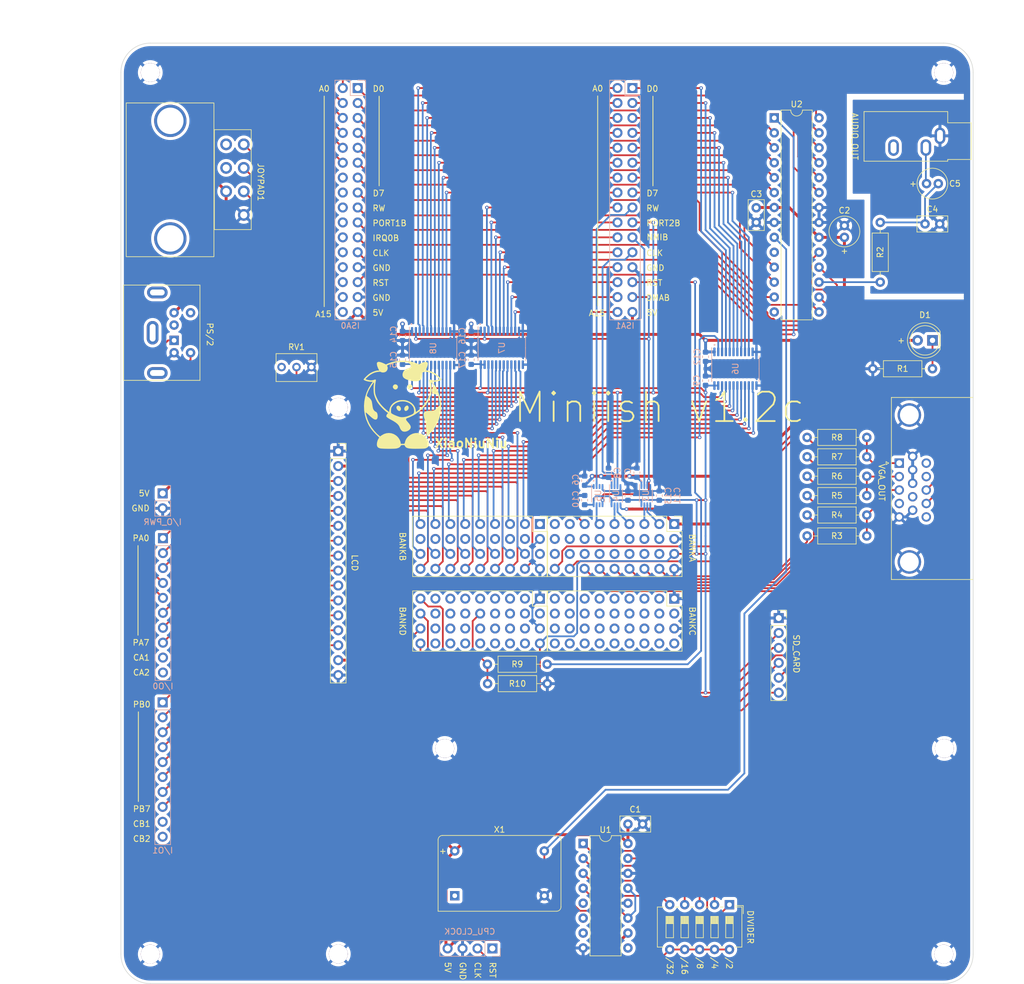
<source format=kicad_pcb>
(kicad_pcb (version 20201116) (generator pcbnew)
  (layers (0 "F.Cu" signal) (31 "B.Cu" signal) (34 "B.Paste" user) (35 "F.Paste" user) (36 "B.SilkS" user "B.Silkscreen") (37 "F.SilkS" user "F.Silkscreen") (38 "B.Mask" user) (39 "F.Mask" user) (44 "Edge.Cuts" user))
  (net 0 "")
  (net 1 "GND")
  (net 2 "+5V")
  (net 3 "Net-(C4-Pad1)")
  (net 4 "Net-(C5-Pad1)")
  (net 5 "Net-(D1-Pad1)")
  (net 6 "JP2_LATCH")
  (net 7 "JP2_DATA")
  (net 8 "JP_CLOCK")
  (net 9 "JP1_LATCH")
  (net 10 "JP1_DATA")
  (net 11 "PA5")
  (net 12 "PA6")
  (net 13 "PA7")
  (net 14 "/DB0")
  (net 15 "/DB1")
  (net 16 "/DB2")
  (net 17 "/DB3")
  (net 18 "/DB4")
  (net 19 "/DB5")
  (net 20 "/DB6")
  (net 21 "/DB7")
  (net 22 "/RW")
  (net 23 "/CSB")
  (net 24 "/NMIB")
  (net 25 "/CLOCK1")
  (net 26 "/RESET")
  (net 27 "/DMAB")
  (net 28 "/AB0")
  (net 29 "/AB1")
  (net 30 "/AB2")
  (net 31 "/AB3")
  (net 32 "/AB4")
  (net 33 "/AB5")
  (net 34 "/AB6")
  (net 35 "/AB7")
  (net 36 "/AB8")
  (net 37 "/AB9")
  (net 38 "/AB10")
  (net 39 "/AB11")
  (net 40 "/AB12")
  (net 41 "/AB13")
  (net 42 "/AB14")
  (net 43 "/AB15")
  (net 44 "/DA0")
  (net 45 "/DA1")
  (net 46 "/DA2")
  (net 47 "/DA3")
  (net 48 "/DA4")
  (net 49 "/DA5")
  (net 50 "/DA6")
  (net 51 "/DA7")
  (net 52 "/RW_1")
  (net 53 "/CSB_1")
  (net 54 "/IRQB")
  (net 55 "/CLOCK1_1")
  (net 56 "/RESET_1")
  (net 57 "/AA0")
  (net 58 "/AA1")
  (net 59 "/AA2")
  (net 60 "/AA3")
  (net 61 "/AA4")
  (net 62 "/AA5")
  (net 63 "PB0")
  (net 64 "PB1")
  (net 65 "PB2")
  (net 66 "PB3")
  (net 67 "PB4")
  (net 68 "PB5")
  (net 69 "PB6")
  (net 70 "PB7")
  (net 71 "CPU_CLOCK")
  (net 72 "Net-(J9-Pad3)")
  (net 73 "Net-(J11-Pad5)")
  (net 74 "Net-(J11-Pad4)")
  (net 75 "Net-(J11-Pad3)")
  (net 76 "Net-(J11-Pad2)")
  (net 77 "Net-(J11-Pad1)")
  (net 78 "+3V3")
  (net 79 "Net-(J13-Pad6)")
  (net 80 "Net-(J13-Pad3)")
  (net 81 "/VGA Card/HSYNC")
  (net 82 "/VGA Card/VSYNC")
  (net 83 "/VGA Card/DB5")
  (net 84 "/VGA Card/DB4")
  (net 85 "/VGA Card/DB3")
  (net 86 "/VGA Card/DB2")
  (net 87 "/VGA Card/DB1")
  (net 88 "/VGA Card/DB0")
  (net 89 "SS")
  (net 90 "SCK")
  (net 91 "MOSI")
  (net 92 "MISO")
  (net 93 "/VGA Card/BLUE")
  (net 94 "/VGA Card/GREEN")
  (net 95 "/VGA Card/RED")
  (net 96 "Net-(R2-Pad1)")
  (net 97 "APU_CLOCK")
  (net 98 "Net-(J15-Pad14)")
  (net 99 "/VGA Card/DMARW")
  (net 100 "Net-(J14-Pad2)")
  (net 101 "Net-(J14-Pad3)")
  (net 102 "Net-(J14-Pad4)")
  (net 103 "Net-(J14-Pad5)")
  (net 104 "Net-(J14-Pad6)")
  (net 105 "Net-(J14-Pad7)")
  (net 106 "Net-(J14-Pad8)")
  (net 107 "Net-(J14-Pad9)")
  (net 108 "Net-(J14-Pad19)")
  (net 109 "Net-(J14-Pad20)")
  (net 110 "Net-(J14-Pad21)")
  (net 111 "Net-(J14-Pad22)")
  (net 112 "Net-(J14-Pad23)")
  (net 113 "Net-(J14-Pad24)")
  (net 114 "Net-(J14-Pad25)")
  (net 115 "Net-(J14-Pad26)")
  (net 116 "Net-(J14-Pad28)")
  (net 117 "Net-(J14-Pad29)")
  (net 118 "Net-(J14-Pad30)")
  (net 119 "Net-(J14-Pad31)")
  (net 120 "Net-(J14-Pad32)")
  (net 121 "Net-(J14-Pad33)")
  (net 122 "Net-(J14-Pad34)")
  (net 123 "Net-(J14-Pad35)")
  (net 124 "Net-(U3-Pad6)")
  (net 125 "Net-(U4-Pad6)")
  (net 126 "Net-(U4-Pad7)")
  (footprint "Connector_TheRLab:NES_JoyPad" (layer "F.Cu") (at 46.4 54.6)
    (fp_text reference "J7")
    (fp_text value "JOYPAD1")
  )
  (footprint "MountingHole:MountingHole_3.2mm_M3" (layer "F.Cu") (at 62.484 180.34)
    (fp_text reference "REF**")
    (fp_text value "MountingHole_3.2mm_M3")
  )
  (footprint "Package_DIP:DIP-16_W7.62mm" (layer "F.Cu") (at 104.14 161.544)
    (fp_text reference "U1")
    (fp_text value "74HC590A")
  )
  (footprint "MountingHole:MountingHole_3.2mm_M3" (layer "F.Cu") (at 165.492157 180.376)
    (fp_text reference "H4")
    (fp_text value "MountingHole_Pad")
  )
  (footprint "Connector_PinSocket_2.54mm:PinSocket_1x16_P2.54mm_Vertical" (layer "F.Cu") (at 62.467917 94.795116)
    (fp_text reference "J9")
    (fp_text value "LCD")
  )
  (footprint "Resistor_THT:R_Axial_DIN0207_L6.3mm_D2.5mm_P10.16mm_Horizontal" (layer "F.Cu") (at 98.013198 131.048599 180)
    (fp_text reference "R9")
    (fp_text value "2K2")
  )
  (footprint "MountingHole:MountingHole_3.2mm_M3" (layer "F.Cu") (at 30.492157 30.376)
    (fp_text reference "H2")
    (fp_text value "MountingHole_Pad")
  )
  (footprint "Potentiometer_THT:Potentiometer_Bourns_3266Y_Vertical" (layer "F.Cu") (at 57.912 80.488117)
    (fp_text reference "RV1")
    (fp_text value "10K")
  )
  (footprint "MountingHole:MountingHole_3.2mm_M3" (layer "F.Cu") (at 165.492157 30.376)
    (fp_text reference "H1")
    (fp_text value "MountingHole_Pad")
  )
  (footprint "Connector_TheRLab:Alchitry_Bank" (layer "F.Cu") (at 85.35 123.7 -90)
    (fp_text reference "J15")
    (fp_text value "BANKD")
  )
  (footprint "Resistor_THT:R_Axial_DIN0207_L6.3mm_D2.5mm_P10.16mm_Horizontal" (layer "F.Cu") (at 152.4 102.362 180)
    (fp_text reference "R5")
    (fp_text value "1K")
  )
  (footprint "Package_DIP:DIP-28_W7.62mm" (layer "F.Cu") (at 136.652 38.1)
    (fp_text reference "U2")
    (fp_text value "ATmega328P-PU")
  )
  (footprint "Resistor_THT:R_Axial_DIN0207_L6.3mm_D2.5mm_P10.16mm_Horizontal" (layer "F.Cu") (at 152.4 109.22 180)
    (fp_text reference "R3")
    (fp_text value "1K")
  )
  (footprint "Resistor_THT:R_Axial_DIN0207_L6.3mm_D2.5mm_P10.16mm_Horizontal" (layer "F.Cu") (at 154.686 66.04 90)
    (fp_text reference "R2")
    (fp_text value "1K")
  )
  (footprint "Capacitor_THT:C_Disc_D5.0mm_W2.5mm_P2.50mm" (layer "F.Cu") (at 162.306 56.134)
    (fp_text reference "C4")
    (fp_text value "100nF")
  )
  (footprint "Capacitor_THT:C_Disc_D5.0mm_W2.5mm_P2.50mm" (layer "F.Cu") (at 111.76 158.242)
    (fp_text reference "C1")
    (fp_text value "10nF")
  )
  (footprint "Resistor_THT:R_Axial_DIN0207_L6.3mm_D2.5mm_P10.16mm_Horizontal" (layer "F.Cu") (at 152.4 105.664 180)
    (fp_text reference "R4")
    (fp_text value "470")
  )
  (footprint "MountingHole:MountingHole_3.2mm_M3" (layer "F.Cu") (at 165.592157 145.376)
    (fp_text reference "H5")
    (fp_text value "MountingHole_Pad")
  )
  (footprint "Connector_TheRLab:Connector_Mini-DIN_Female_6Pin_2rows" (layer "F.Cu") (at 34.544 75.946 -90)
    (fp_text reference "J1")
    (fp_text value "PS/2")
  )
  (footprint "MountingHole:MountingHole_3.2mm_M3" (layer "F.Cu") (at 30.492157 180.376)
    (fp_text reference "H3")
    (fp_text value "MountingHole_Pad")
  )
  (footprint "Connector_Audio:Jack_3.5mm_CUI_SJ1-3533NG_Horizontal" (layer "F.Cu") (at 164.846 41.148 -90)
    (fp_text reference "J12")
    (fp_text value "AUDIO_OUT")
  )
  (footprint "Button_Switch_THT:SW_DIP_SPSTx05_Slide_6.7x14.26mm_W7.62mm_P2.54mm_LowProfile" (layer "F.Cu") (at 129.032 171.958 -90)
    (fp_text reference "J11")
    (fp_text value "DIVIDER")
  )
  (footprint "MountingHole:MountingHole_3.2mm_M3" (layer "F.Cu") (at 80.592157 145.376)
    (fp_text reference "H6")
    (fp_text value "MountingHole_Pad")
  )
  (footprint "Capacitor_THT:C_Disc_D5.0mm_W2.5mm_P2.50mm" (layer "F.Cu") (at 133.586622 53.382146 -90)
    (fp_text reference "C3")
    (fp_text value "100nF")
  )
  (footprint "Connector_TheRLab:Alchitry_Bank" (layer "F.Cu") (at 108.21 111 -90)
    (fp_text reference "J13")
    (fp_text value "BANKA")
  )
  (footprint "Logos:SmallCow" (layer "F.Cu") (at 73.406 86.868)
    (fp_text reference "XiaoNiuNiu")
    (fp_text value "LOGO" hide)
  )
  (footprint "Connector_TheRLab:DSUB-15-HD_Female_Horizontal_P2.29x1.98mm_EdgePinOffset8.35mm_Housed_MountingHolesOffset10.89mm" (layer "F.Cu") (at 158.22 96.831 90)
    (fp_text reference "J17")
    (fp_text value "VGA_OUT")
  )
  (footprint "Connector_TheRLab:Alchitry_Bank" (layer "F.Cu") (at 85.35 111 -90)
    (fp_text reference "J14")
    (fp_text value "BANKB")
  )
  (footprint "Oscillator:Oscillator_DIP-14" (layer "F.Cu") (at 82.296 170.434)
    (fp_text reference "X1")
    (fp_text value "ACO-20MHz")
  )
  (footprint "Connector_TheRLab:Alchitry_Bank" (layer "F.Cu") (at 108.21 123.7 -90)
    (fp_text reference "J16")
    (fp_text value "BANKC")
  )
  (footprint "Resistor_THT:R_Axial_DIN0207_L6.3mm_D2.5mm_P10.16mm_Horizontal" (layer "F.Cu") (at 152.4 92.456 180)
    (fp_text reference "R8")
    (fp_text value "470")
  )
  (footprint "MountingHole:MountingHole_3.2mm_M3" (layer "F.Cu") (at 62.484 87.34)
    (fp_text reference "REF**")
    (fp_text value "MountingHole_3.2mm_M3")
  )
  (footprint "Resistor_THT:R_Axial_DIN0207_L6.3mm_D2.5mm_P10.16mm_Horizontal" (layer "F.Cu") (at 163.576 80.772 180)
    (fp_text reference "R1")
    (fp_text value "220")
  )
  (footprint "Resistor_THT:R_Axial_DIN0207_L6.3mm_D2.5mm_P10.16mm_Horizontal" (layer "F.Cu") (at 152.4 95.758 180)
    (fp_text reference "R7")
    (fp_text value "1K")
  )
  (footprint "Capacitor_THT:C_Radial_D5.0mm_H11.0mm_P2.00mm" (layer "F.Cu") (at 148.59 58.42 90)
    (fp_text reference "C2")
    (fp_text value "10uF")
  )
  (footprint "Connector_PinSocket_2.54mm:PinSocket_1x06_P2.54mm_Vertical" (layer "F.Cu") (at 137.414 123.188)
    (fp_text reference "J18")
    (fp_text value "SD_CARD")
  )
  (footprint "LED_THT:LED_D5.0mm" (layer "F.Cu") (at 163.576 75.946 180)
    (fp_text reference "D1")
    (fp_text value "LED")
  )
  (footprint "Resistor_THT:R_Axial_DIN0207_L6.3mm_D2.5mm_P10.16mm_Horizontal" (layer "F.Cu") (at 87.884 134.350599)
    (fp_text reference "R10")
    (fp_text value "3K3")
  )
  (footprint "Capacitor_THT:C_Radial_D5.0mm_H11.0mm_P2.00mm" (layer "F.Cu") (at 162.56 49.276)
    (fp_text reference "C5")
    (fp_text value "10uF")
  )
  (footprint "Resistor_THT:R_Axial_DIN0207_L6.3mm_D2.5mm_P10.16mm_Horizontal" (layer "F.Cu") (at 152.4 99.06 180)
    (fp_text reference "R6")
    (fp_text value "470")
  )
  (footprint "Capacitor_SMD:C_0603_1608Metric" (layer "B.Cu") (at 111.76 102.362 90)
    (fp_text reference "C11")
    (fp_text value "100nF")
  )
  (footprint "Capacitor_SMD:C_0603_1608Metric" (layer "B.Cu") (at 104.394 103.124 90)
    (fp_text reference "C10")
    (fp_text value "100nF")
  )
  (footprint "Connector_PinHeader_2.54mm:PinHeader_2x16_P2.54mm_Vertical" (layer "B.Cu") (at 112.522 33.02 180)
    (fp_text reference "J3")
    (fp_text value "ISA1")
  )
  (footprint "Package_SO:TSSOP-24_4.4x7.8mm_P0.65mm" (layer "B.Cu") (at 90.301 77.216 -90)
    (fp_text reference "U7")
    (fp_text value "SN74LVC8T245DBQR")
  )
  (footprint "Capacitor_SMD:C_0603_1608Metric" (layer "B.Cu") (at 73.406 75.184 -90)
    (fp_text reference "C14")
    (fp_text value "100nF")
  )
  (footprint "Capacitor_SMD:C_0603_1608Metric" (layer "B.Cu") (at 124.968 82.804 90)
    (fp_text reference "C9")
    (fp_text value "100nF")
  )
  (footprint "Package_SO:TSSOP-24_4.4x7.8mm_P0.65mm" (layer "B.Cu") (at 130.048 80.772 -90)
    (fp_text reference "U6")
    (fp_text value "SN74LVC8T245DBQR")
  )
  (footprint "Capacitor_SMD:C_0603_1608Metric" (layer "B.Cu") (at 85.09 79.248 90)
    (fp_text reference "C17")
    (fp_text value "100nF")
  )
  (footprint "Package_SO:VSSOP-8_2.3x2mm_P0.5mm" (layer "B.Cu") (at 106.68 102.362 -90)
    (fp_text reference "U5")
    (fp_text value "SN74LVC2T45QDCURQ1")
  )
  (footprint "Connector_PinHeader_2.54mm:PinHeader_1x10_P2.54mm_Vertical" (layer "B.Cu") (at 32.6 137.536 180)
    (fp_text reference "J5")
    (fp_text value "I/O1")
  )
  (footprint "Connector_PinHeader_2.54mm:PinHeader_1x10_P2.54mm_Vertical" (layer "B.Cu") (at 32.649999 109.6 180)
    (fp_text reference "J2")
    (fp_text value "I/O0")
  )
  (footprint "Capacitor_SMD:C_0603_1608Metric" (layer "B.Cu") (at 124.968 78.74 -90)
    (fp_text reference "C12")
    (fp_text value "100nF")
  )
  (footprint "Capacitor_SMD:C_0603_1608Metric" (layer "B.Cu") (at 108.458 98.475 90)
    (fp_text reference "C8")
    (fp_text value "100nF")
  )
  (footprint "Capacitor_SMD:C_0603_1608Metric" (layer "B.Cu") (at 113.284 98.462 90)
    (fp_text reference "C7")
    (fp_text value "100nF")
  )
  (footprint "Capacitor_SMD:C_0603_1608Metric" (layer "B.Cu") (at 104.394 99.822 90)
    (fp_text reference "C6")
    (fp_text value "100nF")
  )
  (footprint "Capacitor_SMD:C_0603_1608Metric" (layer "B.Cu") (at 117.094 102.362 90)
    (fp_text reference "C13")
    (fp_text value "100nF")
  )
  (footprint "Connector_PinHeader_2.54mm:PinHeader_2x16_P2.54mm_Vertical" (layer "B.Cu") (at 65.786 33.02 180)
    (fp_text reference "J4")
    (fp_text value "ISA0")
  )
  (footprint "Package_SO:VSSOP-8_2.3x2mm_P0.5mm" (layer "B.Cu") (at 109.728 102.375 -90)
    (fp_text reference "U4")
    (fp_text value "SN74LVC2T45QDCURQ1")
  )
  (footprint "Capacitor_SMD:C_0603_1608Metric" (layer "B.Cu") (at 73.406 79.248 90)
    (fp_text reference "C15")
    (fp_text value "100nF")
  )
  (footprint "Package_SO:TSSOP-24_4.4x7.8mm_P0.65mm" (layer "B.Cu") (at 78.606 77.2845 -90)
    (fp_text reference "U8")
    (fp_text value "SN74LVC8T245DBQR")
  )
  (footprint "Connector_PinHeader_2.54mm:PinHeader_1x04_P2.54mm_Vertical" (layer "B.Cu") (at 88.7 179.4 90)
    (fp_text reference "J6")
    (fp_text value "CPU_CLOCK")
  )
  (footprint "Capacitor_SMD:C_0603_1608Metric" (layer "B.Cu") (at 85.09 75.184 -90)
    (fp_text reference "C16")
    (fp_text value "100nF")
  )
  (footprint "Package_SO:VSSOP-8_2.3x2mm_P0.5mm" (layer "B.Cu") (at 114.804 102.362 -90)
    (fp_text reference "U3")
    (fp_text value "SN74LVC2T45QDCURQ1")
  )
  (footprint "Connector_PinHeader_2.54mm:PinHeader_1x02_P2.54mm_Vertical" (layer "B.Cu") (at 32.601 101.976 180)
    (fp_text reference "J10")
    (fp_text value "I/O_PWR")
  )
  (gr_circle (center 74.93 73.152) (end 74.93 73.152) (layer "B.SilkS") (width 0.15) (fill none))
  (gr_circle (center 86.614 73.152) (end 86.614 73.152) (layer "B.SilkS") (width 0.15) (fill none))
  (gr_circle (center 105.918 99.822) (end 105.918 99.822) (layer "B.SilkS") (width 0.15) (fill none))
  (gr_circle (center 126.492 76.708) (end 126.492 76.708) (layer "B.SilkS") (width 0.15) (fill none))
  (gr_circle (center 108.966 99.822) (end 108.966 99.822) (layer "B.SilkS") (width 0.15) (fill none))
  (gr_circle (center 114.046 99.822) (end 114.046 99.822) (layer "B.SilkS") (width 0.15) (fill none))
  (gr_line (start 28.466572 139.156) (end 28.466572 154.396) (layer "F.SilkS") (width 0.15))
  (gr_line (start 60.086 34.39) (end 60.086 70.204) (layer "F.SilkS") (width 0.15))
  (gr_line (start 28.406572 110.866) (end 28.406572 126.106) (layer "F.SilkS") (width 0.15))
  (gr_line (start 106.613 34.363) (end 106.613 70.05) (layer "F.SilkS") (width 0.15))
  (gr_line (start 69.432 34.412) (end 69.432 49.652) (layer "F.SilkS") (width 0.15))
  (gr_line (start 116.009143 34.412) (end 116.009143 49.652) (layer "F.SilkS") (width 0.15))
  (gr_line (start 25.492157 180.376) (end 25.492157 30.376) (layer "Edge.Cuts") (width 0.1))
  (gr_arc (start 30.492157 180.376) (end 30.492157 185.376) (angle 90) (layer "Edge.Cuts") (width 0.1))
  (gr_arc (start 30.492157 30.376) (end 25.492157 30.376) (angle 90) (layer "Edge.Cuts") (width 0.1))
  (gr_line (start 170.492157 30.376) (end 170.492157 180.376) (layer "Edge.Cuts") (width 0.1))
  (gr_arc (start 165.492157 180.376) (end 170.492157 180.376) (angle 90) (layer "Edge.Cuts") (width 0.1))
  (gr_line (start 165.492157 185.376) (end 30.492157 185.376) (layer "Edge.Cuts") (width 0.1))
  (gr_arc (start 165.492157 30.376) (end 170.492157 30.376) (angle -90) (layer "Edge.Cuts") (width 0.1))
  (gr_line (start 30.492157 25.376) (end 165.492157 25.376) (layer "Edge.Cuts") (width 0.1))
  (gr_text "RW" (at 115.977619 53.462) (layer "F.SilkS") (effects (font (size 1 1))))
  (gr_text "D7" (at 115.914 50.922) (layer "F.SilkS") (effects (font (size 1 1))))
  (gr_text "CLK" (at 86.196 183.125522 270) (layer "F.SilkS") (effects (font (size 1 1))))
  (gr_text "5V" (at 115.8632 71.242) (layer "F.SilkS") (effects (font (size 1 1))))
  (gr_text "/2" (at 129 181.9 270) (layer "F.SilkS") (effects (font (size 1 1))))
  (gr_text "A15" (at 59.959 71.474) (layer "F.SilkS") (effects (font (size 1 1))))
  (gr_text "GND" (at 69.852857 63.622) (layer "F.SilkS") (effects (font (size 1 1))))
  (gr_text "/8" (at 124 181.9 270) (layer "F.SilkS") (effects (font (size 1 1))))
  (gr_text "CA1" (at 28.986 129.916) (layer "F.SilkS") (effects (font (size 1 1))))
  (gr_text "/4" (at 126.5 181.9 270) (layer "F.SilkS") (effects (font (size 1 1))))
  (gr_text "+" (at 80.264 162.814) (layer "F.SilkS") (effects (font (size 1 1))))
  (gr_text "CLK" (at 116.310953 61.082) (layer "F.SilkS") (effects (font (size 1 1))))
  (gr_text "RST" (at 69.686191 66.162) (layer "F.SilkS") (effects (font (size 1 1))))
  (gr_text "PA0" (at 28.914572 109.596) (layer "F.SilkS") (effects (font (size 1 1))))
  (gr_text "CLK" (at 69.73381 61.082) (layer "F.SilkS") (effects (font (size 1 1))))
  (gr_text "RW" (at 69.400476 53.462) (layer "F.SilkS") (effects (font (size 1 1))))
  (gr_text "5V" (at 29.455048 101.976) (layer "F.SilkS") (effects (font (size 1 1))))
  (gr_text "+" (at 148.59 60.706) (layer "F.SilkS") (effects (font (size 1 1))))
  (gr_text "PA7" (at 28.914572 127.376) (layer "F.SilkS") (effects (font (size 1 1))))
  (gr_text "IRQ0B" (at 70.567143 58.542) (layer "F.SilkS") (effects (font (size 1 1))))
  (gr_text "GND" (at 28.836 104.516) (layer "F.SilkS") (effects (font (size 1 1))))
  (gr_text "PORT1B" (at 71.21 56.002) (layer "F.SilkS") (effects (font (size 1 1))))
  (gr_text "PORT2B" (at 117.787143 56.002) (layer "F.SilkS") (effects (font (size 1 1))))
  (gr_text "A15" (at 106.486 71.32) (layer "F.SilkS") (effects (font (size 1 1))))
  (gr_text "/32" (at 118.9 182.4 270) (layer "F.SilkS") (effects (font (size 1 1))))
  (gr_text "GND" (at 69.8384 68.702) (layer "F.SilkS") (effects (font (size 1 1))))
  (gr_text "+" (at 160.274 49.276) (layer "F.SilkS") (effects (font (size 1 1))))
  (gr_text "GND" (at 116.43 63.622) (layer "F.SilkS") (effects (font (size 1 1))))
  (gr_text "CA2" (at 28.986 132.456) (layer "F.SilkS") (effects (font (size 1 1))))
  (gr_text "PB7" (at 29.046 155.666) (layer "F.SilkS") (effects (font (size 1 1))))
  (gr_text "D7" (at 69.336857 50.922) (layer "F.SilkS") (effects (font (size 1 1))))
  (gr_text "5V" (at 69.2288 71.242) (layer "F.SilkS") (effects (font (size 1 1))))
  (gr_text "Miniish v1.2c" (at 117.094 87.376) (layer "F.SilkS") (effects (font (size 5 5) (thickness 0.3))))
  (gr_text "/16" (at 121.4 182.4 270) (layer "F.SilkS") (effects (font (size 1 1))))
  (gr_text "CB1" (at 29.046 158.206) (layer "F.SilkS") (effects (font (size 1 1))))
  (gr_text "+" (at 158.242 75.946) (layer "F.SilkS") (effects (font (size 1 1))))
  (gr_text "A0" (at 106.613 33.093) (layer "F.SilkS") (effects (font (size 1 1))))
  (gr_text "RST" (at 116.263334 66.162) (layer "F.SilkS") (effects (font (size 1 1))))
  (gr_text "D0" (at 69.336857 33.142) (layer "F.SilkS") (effects (font (size 1 1))))
  (gr_text "DMAB\n" (at 116.8792 68.702) (layer "F.SilkS") (effects (font (size 1 1))))
  (gr_text "5V" (at 81.116 182.625522 270) (layer "F.SilkS") (effects (font (size 1 1))))
  (gr_text "RST" (at 88.736 183.077903 270) (layer "F.SilkS") (effects (font (size 1 1))))
  (gr_text "CB2" (at 29.046 160.746) (layer "F.SilkS") (effects (font (size 1 1))))
  (gr_text "PB0" (at 29.046 137.886) (layer "F.SilkS") (effects (font (size 1 1))))
  (gr_text "NMIB" (at 116.772996 58.399285) (layer "F.SilkS") (effects (font (size 1 1))))
  (gr_text "D0" (at 115.914 33.142) (layer "F.SilkS") (effects (font (size 1 1))))
  (gr_text "GND" (at 83.656 183.244569 270) (layer "F.SilkS") (effects (font (size 1 1))))
  (gr_text "A0" (at 60.086 33.12) (layer "F.SilkS") (effects (font (size 1 1))))
  (segment (start 157.92 105.991) (end 159.055 105.991) (width 0.5) (layer "B.Cu") (net 1))
  (segment (start 115.57 104.902) (end 116.84 104.902) (width 0.3) (layer "B.Cu") (net 1))
  (segment (start 107.671001 101.575001) (end 115.554 101.575001) (width 0.3) (layer "B.Cu") (net 1))
  (segment (start 95.504 123.694) (end 96.78 124.97) (width 0.3) (layer "B.Cu") (net 1))
  (segment (start 95.504 121.166) (end 95.504 123.694) (width 0.3) (layer "B.Cu") (net 1))
  (segment (start 115.554 103.912) (end 115.554 104.886) (width 0.3) (layer "B.Cu") (net 1))
  (segment (start 96.78 109.73) (end 95.504 111.006) (width 0.3) (layer "B.Cu") (net 1))
  (segment (start 160.2 95.686) (end 160.2 100.266) (width 0.5) (layer "B.Cu") (net 1))
  (segment (start 115.554 104.886) (end 115.57 104.902) (width 0.3) (layer "B.Cu") (net 1))
  (segment (start 117.093499 101.575001) (end 117.094 101.5745) (width 0.3) (layer "B.Cu") (net 1))
  (segment (start 107.43 101.334) (end 107.671001 101.575001) (width 0.3) (layer "B.Cu") (net 1))
  (segment (start 115.554 100.812) (end 115.554 101.575001) (width 0.3) (layer "B.Cu") (net 1))
  (segment (start 113.822001 72.105999) (end 113.03 72.898) (width 0.5) (layer "B.Cu") (net 1))
  (segment (start 159.055 105.991) (end 160.2 104.846) (width 0.5) (layer "B.Cu") (net 1))
  (segment (start 115.554 101.575001) (end 117.093499 101.575001) (width 0.3) (layer "B.Cu") (net 1))
  (segment (start 112.522 63.5) (end 113.822001 64.800001) (width 0.5) (layer "B.Cu") (net 1))
  (segment (start 95.504 113.534) (end 96.78 114.81) (width 0.3) (layer "B.Cu") (net 1))
  (segment (start 110.478 100.825) (end 110.478 101.505002) (width 0.3) (layer "B.Cu") (net 1))
  (segment (start 107.43 100.812) (end 107.43 101.334) (width 0.3) (layer "B.Cu") (net 1))
  (segment (start 95.504 111.006) (end 95.504 113.534) (width 0.3) (layer "B.Cu") (net 1))
  (segment (start 113.822001 64.800001) (end 113.822001 72.105999) (width 0.5) (layer "B.Cu") (net 1))
  (segment (start 96.78 119.89) (end 95.504 121.166) (width 0.3) (layer "B.Cu") (net 1))
  (segment (start 73.406 74.422) (end 73.406 74.93) (width 0.5) (layer "F.Cu") (net 2))
  (segment (start 125.222 75.946) (end 148.59 75.946) (width 0.5) (layer "F.Cu") (net 2))
  (segment (start 64.038001 72.867999) (end 65.786 71.12) (width 0.5) (layer "F.Cu") (net 2))
  (segment (start 58.674 70.104) (end 61.437999 72.867999) (width 0.5) (layer "F.Cu") (net 2))
  (segment (start 52.324 40.64) (end 58.674 46.99) (width 0.5) (layer "F.Cu") (net 2))
  (segment (start 112.014 99.06) (end 132.334 99.06) (width 0.5) (layer "F.Cu") (net 2))
  (segment (start 32.601 101.976) (end 43.4 91.177) (width 0.5) (layer "F.Cu") (net 2))
  (segment (start 85.09 74.93) (end 73.406 74.93) (width 0.5) (layer "F.Cu") (net 2))
  (segment (start 67.564 74.93) (end 67.056 74.93) (width 0.5) (layer "F.Cu") (net 2))
  (segment (start 136.652 53.34) (end 139.192 53.34) (width 0.5) (layer "F.Cu") (net 2))
  (segment (start 110.259999 160.043999) (end 111.76 161.544) (width 0.5) (layer "F.Cu") (net 2))
  (segment (start 92.813967 180.824001) (end 89.839956 177.84999) (width 0.5) (layer "F.Cu") (net 2))
  (segment (start 43.4 91.177) (end 43.4 91.1) (width 0.5) (layer "F.Cu") (net 2))
  (segment (start 112.522 104.648) (end 117.098 104.648) (width 0.5) (layer "F.Cu") (net 2))
  (segment (start 43.4 68.868) (end 43.4 50.6) (width 0.5) (layer "F.Cu") (net 2))
  (segment (start 124.968 75.946) (end 125.222 75.946) (width 0.5) (layer "F.Cu") (net 2))
  (segment (start 67.002884 130.355116) (end 67.056 130.302) (width 0.5) (layer "F.Cu") (net 2))
  (segment (start 148.59 75.946) (end 148.59 81.534) (width 0.5) (layer "F.Cu") (net 2))
  (segment (start 67.056 72.39) (end 67.056 74.422) (width 0.5) (layer "F.Cu") (net 2))
  (segment (start 124.968 75.946) (end 123.952 74.93) (width 0.5) (layer "F.Cu") (net 2))
  (segment (start 82.63001 177.84999) (end 81.08 179.4) (width 0.5) (layer "F.Cu") (net 2))
  (segment (start 80.795999 164.314001) (end 80.795999 179.115999) (width 0.5) (layer "F.Cu") (net 2))
  (segment (start 107.188 99.06) (end 105.664 99.06) (width 0.5) (layer "F.Cu") (net 2))
  (segment (start 82.296 162.814) (end 85.066001 160.043999) (width 0.5) (layer "F.Cu") (net 2))
  (segment (start 85.09 73.152) (end 85.09 74.422) (width 0.5) (layer "F.Cu") (net 2))
  (segment (start 82.296 162.814) (end 80.795999 164.314001) (width 0.5) (layer "F.Cu") (net 2))
  (segment (start 58.674 46.99) (end 58.674 70.104) (width 0.5) (layer "F.Cu") (net 2))
  (segment (start 34.544 71.246) (end 36.922 68.868) (width 0.5) (layer "F.Cu") (net 2))
  (segment (start 139.192 53.34) (end 144.272 58.42) (width 0.5) (layer "F.Cu") (net 2))
  (segment (start 36.922 68.868) (end 43.4 68.868) (width 0.5) (layer "F.Cu") (net 2))
  (segment (start 73.406 74.93) (end 67.564 74.93) (width 0.5) (layer "F.Cu") (net 2))
  (segment (start 132.334 99.314) (end 132.334 105.664) (width 0.5) (layer "F.Cu") (net 2))
  (segment (start 67.002884 97.335116) (end 67.056 97.282) (width 0.5) (layer "F.Cu") (net 2))
  (segment (start 41.148 48.348) (end 41.148 42.164) (width 0.5) (layer "F.Cu") (net 2))
  (segment (start 123.952 74.93) (end 85.09 74.93) (width 0.5) (layer "F.Cu") (net 2))
  (segment (start 67.056 97.282) (end 67.056 147.574) (width 0.5) (layer "F.Cu") (net 2))
  (segment (start 62.467917 97.335116) (end 67.002884 97.335116) (width 0.5) (layer "F.Cu") (net 2))
  (segment (start 144.272 58.42) (end 148.59 58.42) (width 0.5) (layer "F.Cu") (net 2))
  (segment (start 67.056 147.574) (end 82.296 162.814) (width 0.5) (layer "F.Cu") (net 2))
  (segment (start 67.056 74.422) (end 67.056 97.282) (width 0.5) (layer "F.Cu") (net 2))
  (segment (start 117.098 104.648) (end 119.64 107.19) (width 0.5) (layer "F.Cu") (net 2))
  (segment (start 41.148 42.164) (end 42.672 40.64) (width 0.5) (layer "F.Cu") (net 2))
  (segment (start 132.334 99.06) (end 132.334 97.79) (width 0.5) (layer "F.Cu") (net 2))
  (segment (start 43.4 91.1) (end 43.4 68.868) (width 0.5) (layer "F.Cu") (net 2))
  (segment (start 89.839956 177.84999) (end 82.63001 177.84999) (width 0.5) (layer "F.Cu") (net 2))
  (segment (start 107.719999 180.824001) (end 92.813967 180.824001) (width 0.5) (layer "F.Cu") (net 2))
  (segment (start 111.76 176.784) (end 107.719999 180.824001) (width 0.5) (layer "F.Cu") (net 2))
  (segment (start 133.628768 53.34) (end 136.652 53.34) (width 0.5) (layer "F.Cu") (net 2))
  (segment (start 130.808 107.19) (end 119.64 107.19) (width 0.5) (layer "F.Cu") (net 2))
  (segment (start 132.334 105.664) (end 130.808 107.19) (width 0.5) (layer "F.Cu") (net 2))
  (segment (start 62.467917 130.355116) (end 67.002884 130.355116) (width 0.5) (layer "F.Cu") (net 2))
  (segment (start 161.036 75.946) (end 148.59 75.946) (width 0.5) (layer "F.Cu") (net 2))
  (segment (start 61.437999 72.867999) (end 64.038001 72.867999) (width 0.5) (layer "F.Cu") (net 2))
  (segment (start 85.066001 160.043999) (end 110.259999 160.043999) (width 0.5) (layer "F.Cu") (net 2))
  (segment (start 148.59 81.534) (end 132.334 97.79) (width 0.5) (layer "F.Cu") (net 2))
  (segment (start 42.672 40.64) (end 52.324 40.64) (width 0.5) (layer "F.Cu") (net 2))
  (segment (start 148.59 58.42) (end 148.59 75.946) (width 0.5) (layer "F.Cu") (net 2))
  (segment (start 132.334 97.79) (end 132.334 99.314) (width 0.5) (layer "F.Cu") (net 2))
  (segment (start 111.76 161.544) (end 111.76 158.242) (width 0.5) (layer "F.Cu") (net 2))
  (segment (start 112.522 74.93) (end 112.522 71.12) (width 0.5) (layer "F.Cu") (net 2))
  (segment (start 112.014 99.06) (end 107.188 99.06) (width 0.5) (layer "F.Cu") (net 2))
  (segment (start 73.406 73.152) (end 73.406 74.422) (width 0.5) (layer "F.Cu") (net 2))
  (segment (start 85.09 74.422) (end 85.09 74.93) (width 0.5) (layer "F.Cu") (net 2))
  (segment (start 111.506 104.648) (end 112.522 104.648) (width 0.5) (layer "F.Cu") (net 2))
  (segment (start 65.786 71.12) (end 67.056 72.39) (width 0.5) (layer "F.Cu") (net 2))
  (segment (start 43.4 50.6) (end 41.148 48.348) (width 0.5) (layer "F.Cu") (net 2))
  (via (at 73.406 73.152) (size 0.8) (drill 0.4) (layers "F.Cu" "B.Cu") (net 2))
  (via (at 112.014 99.06) (size 0.8) (drill 0.4) (layers "F.Cu" "B.Cu") (net 2))
  (via (at 107.188 99.06) (size 0.8) (drill 0.4) (layers "F.Cu" "B.Cu") (net 2))
  (via (at 105.664 99.06) (size 0.8) (drill 0.4) (layers "F.Cu" "B.Cu") (net 2))
  (via (at 111.506 104.648) (size 0.6) (drill 0.3) (layers "F.Cu" "B.Cu") (net 2))
  (via (at 124.968 75.946) (size 0.8) (drill 0.4) (layers "F.Cu" "B.Cu") (net 2))
  (via (at 85.09 73.152) (size 0.8) (drill 0.4) (layers "F.Cu" "B.Cu") (net 2))
  (segment (start 110.517 103.886) (end 110.478 103.925) (width 0.3) (layer "B.Cu") (net 2))
  (segment (start 108.4065 99.314) (end 108.458 99.2625) (width 0.5) (layer "B.Cu") (net 2))
  (segment (start 107.188 99.06) (end 107.442 99.314) (width 0.5) (layer "B.Cu") (net 2))
  (segment (start 114.054 100.812) (end 114.054 100.0195) (width 0.3) (layer "B.Cu") (net 2))
  (segment (start 114.054 100.0195) (end 113.284 99.2495) (width 0.3) (layer "B.Cu") (net 2))
  (segment (start 104.5965 100.812) (end 104.394 100.6095) (width 0.3) (layer "B.Cu") (net 2))
  (segment (start 108.978 100.825) (end 108.978 99.7825) (width 0.3) (layer "B.Cu") (net 2))
  (segment (start 125.011 77.9095) (end 126.473 77.9095) (width 0.5) (layer "B.Cu") (net 2))
  (segment (start 124.968 75.946) (end 124.968 77.9525) (width 0.5) (layer "B.Cu") (net 2))
  (segment (start 108.978 99.7825) (end 108.458 99.2625) (width 0.3) (layer "B.Cu") (net 2))
  (segment (start 107.442 99.314) (end 108.4065 99.314) (width 0.5) (layer "B.Cu") (net 2))
  (segment (start 105.93 100.812) (end 104.5965 100.812) (width 0.3) (layer "B.Cu") (net 2))
  (segment (start 86.683 74.3965) (end 86.726 74.3535) (width 0.5) (layer "B.Cu") (net 2))
  (segment (start 104.394 100.584) (end 104.394 100.6095) (width 0.5) (layer "B.Cu") (net 2))
  (segment (start 104.394 100.6095) (end 105.664 99.3395) (width 0.5) (layer "B.Cu") (net 2))
  (segment (start 111.506 104.648) (end 110.744 104.648) (width 0.3) (layer "B.Cu") (net 2))
  (segment (start 110.517 104.421) (end 110.517 103.886) (width 0.3) (layer "B.Cu") (net 2))
  (segment (start 124.968 77.9525) (end 125.011 77.9095) (width 0.5) (layer "B.Cu") (net 2))
  (segment (start 105.664 99.3395) (end 105.664 99.06) (width 0.5) (layer "B.Cu") (net 2))
  (segment (start 112.2035 99.2495) (end 113.284 99.2495) (width 0.5) (layer "B.Cu") (net 2))
  (segment (start 110.744 104.648) (end 110.517 104.421) (width 0.3) (layer "B.Cu") (net 2))
  (segment (start 73.406 74.3965) (end 73.406 73.152) (width 0.5) (layer "B.Cu") (net 2))
  (segment (start 75.031 74.422) (end 73.4315 74.422) (width 0.5) (layer "B.Cu") (net 2))
  (segment (start 85.09 73.152) (end 85.09 74.3965) (width 0.5) (layer "B.Cu") (net 2))
  (segment (start 85.09 74.3965) (end 86.683 74.3965) (width 0.5) (layer "B.Cu") (net 2))
  (segment (start 73.4315 74.422) (end 73.406 74.3965) (width 0.5) (layer "B.Cu") (net 2))
  (segment (start 112.014 99.06) (end 112.2035 99.2495) (width 0.5) (layer "B.Cu") (net 2))
  (segment (start 154.686 55.88) (end 162.052 55.88) (width 0.3) (layer "B.Cu") (net 3))
  (segment (start 162.306 56.134) (end 162.306 51.53) (width 0.3) (layer "B.Cu") (net 3))
  (segment (start 162.306 51.53) (end 164.56 49.276) (width 0.3) (layer "B.Cu") (net 3))
  (segment (start 162.446 49.162) (end 162.446 43.148) (width 0.3) (layer "B.Cu") (net 4))
  (segment (start 163.576 75.438) (end 163.576 80.772) (width 0.3) (layer "F.Cu") (net 5))
  (segment (start 37.344 79.242) (end 37.344 78.046) (width 0.3) (layer "F.Cu") (net 6))
  (segment (start 32.649999 117.22) (end 29.972 114.542001) (width 0.3) (layer "F.Cu") (net 6))
  (segment (start 29.972 86.614) (end 37.344 79.242) (width 0.3) (layer "F.Cu") (net 6))
  (segment (start 29.972 114.542001) (end 29.972 86.614) (width 0.3) (layer "F.Cu") (net 6))
  (segment (start 33.528 75.946) (end 34.544 75.946) (width 0.3) (layer "F.Cu") (net 7))
  (segment (start 29.21 80.264) (end 33.528 75.946) (width 0.3) (layer "F.Cu") (net 7))
  (segment (start 29.21 116.320001) (end 29.21 80.264) (width 0.3) (layer "F.Cu") (net 7))
  (segment (start 32.649999 119.76) (end 29.21 116.320001) (width 0.3) (layer "F.Cu") (net 7))
  (segment (start 49.022 93.227999) (end 49.022 53.222) (width 0.3) (layer "F.Cu") (net 8))
  (segment (start 32.649999 109.6) (end 49.022 93.227999) (width 0.3) (layer "F.Cu") (net 8))
  (segment (start 49.022 53.222) (end 46.4 50.6) (width 0.3) (layer "F.Cu") (net 8))
  (segment (start 32.649999 112.14) (end 49.784 95.005999) (width 0.3) (layer "F.Cu") (net 9))
  (segment (start 49.784 95.005999) (end 49.784 49.984) (width 0.3) (layer "F.Cu") (net 9))
  (segment (start 49.784 49.984) (end 46.4 46.6) (width 0.3) (layer "F.Cu") (net 9))
  (segment (start 50.546 96.783999) (end 50.546 46.746) (width 0.3) (layer "F.Cu") (net 10))
  (segment (start 50.546 46.746) (end 46.4 42.6) (width 0.3) (layer "F.Cu") (net 10))
  (segment (start 32.649999 114.68) (end 50.546 96.783999) (width 0.3) (layer "F.Cu") (net 10))
  (segment (start 32.649999 122.3) (end 52.534883 102.415116) (width 0.3) (layer "F.Cu") (net 11))
  (segment (start 62.467917 102.415116) (end 52.534883 102.415116) (width 0.3) (layer "F.Cu") (net 11))
  (segment (start 32.649999 124.830001) (end 52.524884 104.955116) (width 0.3) (layer "F.Cu") (net 12))
  (segment (start 62.467917 104.955116) (end 52.524884 104.955116) (width 0.3) (layer "F.Cu") (net 12))
  (segment (start 32.649999 127.370001) (end 52.524884 107.495116) (width 0.3) (layer "F.Cu") (net 13))
  (segment (start 62.467917 107.495116) (end 52.524884 107.495116) (width 0.3) (layer "F.Cu") (net 13))
  (segment (start 112.522 33.02) (end 124.206 33.02) (width 0.3) (layer "F.Cu") (net 14))
  (via (at 124.206 33.02) (size 0.6) (drill 0.3) (layers "F.Cu" "B.Cu") (net 14))
  (segment (start 127.773 77.9095) (end 127.773 60.971) (width 0.3) (layer "B.Cu") (net 14))
  (segment (start 127.773 60.971) (end 124.206 57.404) (width 0.3) (layer "B.Cu") (net 14))
  (segment (start 124.206 57.404) (end 124.206 33.02) (width 0.3) (layer "B.Cu") (net 14))
  (segment (start 112.522 35.56) (end 124.968 35.56) (width 0.3) (layer "F.Cu") (net 15))
  (via (at 124.968 35.56) (size 0.6) (drill 0.3) (layers "F.Cu" "B.Cu") (net 15))
  (segment (start 128.423 60.605) (end 124.968 57.15) (width 0.3) (layer "B.Cu") (net 15))
  (segment (start 124.968 57.15) (end 124.968 35.56) (width 0.3) (layer "B.Cu") (net 15))
  (segment (start 128.423 77.9095) (end 128.423 60.605) (width 0.3) (layer "B.Cu") (net 15))
  (segment (start 112.522 38.1) (end 125.73 38.1) (width 0.3) (layer "F.Cu") (net 16))
  (via (at 125.73 38.1) (size 0.6) (drill 0.3) (layers "F.Cu" "B.Cu") (net 16))
  (segment (start 129.073 77.9095) (end 129.073 60.239) (width 0.3) (layer "B.Cu") (net 16))
  (segment (start 129.073 60.239) (end 125.73 56.896) (width 0.3) (layer "B.Cu") (net 16))
  (segment (start 125.73 56.896) (end 125.73 38.1) (width 0.3) (layer "B.Cu") (net 16))
  (segment (start 112.522 40.64) (end 126.492 40.64) (width 0.3) (layer "F.Cu") (net 17))
  (via (at 126.492 40.64) (size 0.6) (drill 0.3) (layers "F.Cu" "B.Cu") (net 17))
  (segment (start 129.723 59.873) (end 126.492 56.642) (width 0.3) (layer "B.Cu") (net 17))
  (segment (start 126.492 56.642) (end 126.492 50.546) (width 0.3) (layer "B.Cu") (net 17))
  (segment (start 129.723 77.9095) (end 129.723 59.873) (width 0.3) (layer "B.Cu") (net 17))
  (segment (start 126.492 50.546) (end 126.492 40.64) (width 0.3) (layer "B.Cu") (net 17))
  (segment (start 112.522 43.18) (end 127.254 43.18) (width 0.3) (layer "F.Cu") (net 18))
  (via (at 127.254 43.18) (size 0.6) (drill 0.3) (layers "F.Cu" "B.Cu") (net 18))
  (segment (start 127.254 56.388) (end 127.254 43.18) (width 0.3) (layer "B.Cu") (net 18))
  (segment (start 130.373 59.507) (end 127.254 56.388) (width 0.3) (layer "B.Cu") (net 18))
  (segment (start 130.373 77.9095) (end 130.373 59.507) (width 0.3) (layer "B.Cu") (net 18))
  (segment (start 112.522 45.72) (end 128.016 45.72) (width 0.3) (layer "F.Cu") (net 19))
  (via (at 128.016 45.72) (size 0.6) (drill 0.3) (layers "F.Cu" "B.Cu") (net 19))
  (segment (start 131.023 77.003) (end 131.023 77.9095) (width 0.3) (layer "B.Cu") (net 19))
  (segment (start 128.016 56.134) (end 131.064 59.182) (width 0.3) (layer "B.Cu") (net 19))
  (segment (start 128.016 45.72) (end 128.016 56.134) (width 0.3) (layer "B.Cu") (net 19))
  (segment (start 131.064 59.182) (end 131.064 76.962) (width 0.3) (layer "B.Cu") (net 19))
  (segment (start 131.064 76.962) (end 131.023 77.003) (width 0.3) (layer "B.Cu") (net 19))
  (segment (start 112.522 48.26) (end 128.778 48.26) (width 0.3) (layer "F.Cu") (net 20))
  (via (at 128.778 48.26) (size 0.6) (drill 0.3) (layers "F.Cu" "B.Cu") (net 20))
  (segment (start 128.778 55.88) (end 131.673 58.775) (width 0.3) (layer "B.Cu") (net 20))
  (segment (start 131.673 58.775) (end 131.673 77.9095) (width 0.3) (layer "B.Cu") (net 20))
  (segment (start 128.778 48.26) (end 128.778 55.88) (width 0.3) (layer "B.Cu") (net 20))
  (segment (start 112.522 50.8) (end 129.54 50.8) (width 0.3) (layer "F.Cu") (net 21))
  (via (at 129.54 50.8) (size 0.6) (drill 0.3) (layers "F.Cu" "B.Cu") (net 21))
  (segment (start 129.54 50.8) (end 129.54 55.626) (width 0.3) (layer "B.Cu") (net 21))
  (segment (start 132.323 58.409) (end 132.323 77.9095) (width 0.3) (layer "B.Cu") (net 21))
  (segment (start 129.54 55.626) (end 132.323 58.409) (width 0.3) (layer "B.Cu") (net 21))
  (segment (start 123.19 57.658) (end 135.432 69.9) (width 0.3) (layer "F.Cu") (net 22))
  (segment (start 122.751999 54.679999) (end 123.19 55.118) (width 0.3) (layer "F.Cu") (net 22))
  (segment (start 67.125999 54.679999) (end 122.751999 54.679999) (width 0.3) (layer "F.Cu") (net 22))
  (segment (start 65.786 53.34) (end 67.125999 54.679999) (width 0.3) (layer "F.Cu") (net 22))
  (segment (start 123.19 55.118) (end 123.19 57.658) (width 0.3) (layer "F.Cu") (net 22))
  (segment (start 143.052 69.9) (end 144.272 71.12) (width 0.3) (layer "F.Cu") (net 22))
  (segment (start 135.432 69.9) (end 143.052 69.9) (width 0.3) (layer "F.Cu") (net 22))
  (segment (start 136.906 72.644) (end 144.78 72.644) (width 0.3) (layer "F.Cu") (net 23))
  (segment (start 121.412 57.15) (end 135.501999 71.239999) (width 0.3) (layer "F.Cu") (net 23))
  (segment (start 136.532001 72.270001) (end 136.906 72.644) (width 0.3) (layer "F.Cu") (net 23))
  (segment (start 144.78 72.644) (end 145.7 71.724) (width 0.3) (layer "F.Cu") (net 23))
  (segment (start 145.7 71.724) (end 145.7 70.008) (width 0.3) (layer "F.Cu") (net 23))
  (segment (start 135.501999 71.672001) (end 136.099999 72.270001) (width 0.3) (layer "F.Cu") (net 23))
  (segment (start 136.099999 72.270001) (end 136.532001 72.270001) (width 0.3) (layer "F.Cu") (net 23))
  (segment (start 135.501999 71.239999) (end 135.501999 71.672001) (width 0.3) (layer "F.Cu") (net 23))
  (segment (start 67.056 57.15) (end 121.412 57.15) (width 0.3) (layer "F.Cu") (net 23))
  (segment (start 65.786 55.88) (end 67.056 57.15) (width 0.3) (layer "F.Cu") (net 23))
  (segment (start 145.7 70.008) (end 144.272 68.58) (width 0.3) (layer "F.Cu") (net 23))
  (segment (start 112.522 58.42) (end 114.554 60.452) (width 0.3) (layer "B.Cu") (net 24))
  (segment (start 114.554 100.812) (end 114.554 96.266) (width 0.3) (layer "B.Cu") (net 24))
  (segment (start 114.554 96.266) (end 114.554 79.756) (width 0.3) (layer "B.Cu") (net 24))
  (segment (start 114.554 60.452) (end 114.554 79.756) (width 0.3) (layer "B.Cu") (net 24))
  (segment (start 107.713002 98.475) (end 107.442 98.203998) (width 0.3) (layer "B.Cu") (net 25))
  (segment (start 108.712 62.23) (end 107.442 63.5) (width 0.3) (layer "B.Cu") (net 25))
  (segment (start 107.442 98.203998) (end 107.442 94.988) (width 0.3) (layer "B.Cu") (net 25))
  (segment (start 109.478 100.825) (end 109.478 98.81) (width 0.3) (layer "B.Cu") (net 25))
  (segment (start 109.478 98.81) (end 109.143 98.475) (width 0.3) (layer "B.Cu") (net 25))
  (segment (start 111.252 62.23) (end 108.712 62.23) (width 0.3) (layer "B.Cu") (net 25))
  (segment (start 112.522 60.96) (end 111.252 62.23) (width 0.3) (layer "B.Cu") (net 25))
  (segment (start 109.143 98.475) (end 107.713002 98.475) (width 0.3) (layer "B.Cu") (net 25))
  (segment (start 107.442 63.5) (end 107.442 94.988) (width 0.3) (layer "B.Cu") (net 25))
  (segment (start 67.056 64.77) (end 65.786 66.04) (width 0.3) (layer "F.Cu") (net 26))
  (segment (start 125.222 64.77) (end 67.056 64.77) (width 0.3) (layer "F.Cu") (net 26))
  (segment (start 139.954 74.93) (end 135.382 74.93) (width 0.3) (layer "F.Cu") (net 26))
  (segment (start 135.382 74.93) (end 125.222 64.77) (width 0.3) (layer "F.Cu") (net 26))
  (via (at 139.954 74.93) (size 0.6) (drill 0.3) (layers "F.Cu" "B.Cu") (net 26))
  (segment (start 139.954 74.93) (end 139.954 41.402) (width 0.3) (layer "B.Cu") (net 26))
  (segment (start 139.954 41.402) (end 136.652 38.1) (width 0.3) (layer "B.Cu") (net 26))
  (segment (start 107.696 102.108) (end 107.442 102.362) (width 0.3) (layer "F.Cu") (net 27))
  (segment (start 115.316 99.822) (end 115.316 101.854) (width 0.3) (layer "F.Cu") (net 27))
  (segment (start 107.442 102.362) (end 107.442 103.124) (width 0.3) (layer "F.Cu") (net 27))
  (segment (start 115.316 101.854) (end 115.062 102.108) (width 0.3) (layer "F.Cu") (net 27))
  (segment (start 115.062 102.108) (end 107.696 102.108) (width 0.3) (layer "F.Cu") (net 27))
  (segment (start 87.376 75.692) (end 115.316 75.692) (width 0.3) (layer "F.Cu") (net 27))
  (segment (start 112.522 68.58) (end 115.316 68.58) (width 0.3) (layer "F.Cu") (net 27))
  (segment (start 87.376 75.692) (end 75.692 75.692) (width 0.3) (layer "F.Cu") (net 27))
  (via (at 107.442 103.124) (size 0.6) (drill 0.3) (layers "F.Cu" "B.Cu") (net 27))
  (via (at 115.316 75.692) (size 0.6) (drill 0.3) (layers "F.Cu" "B.Cu") (net 27))
  (via (at 75.692 75.692) (size 0.6) (drill 0.3) (layers "F.Cu" "B.Cu") (net 27))
  (via (at 87.376 75.692) (size 0.6) (drill 0.3) (layers "F.Cu" "B.Cu") (net 27))
  (via (at 115.316 68.58) (size 0.6) (drill 0.3) (layers "F.Cu" "B.Cu") (net 27))
  (via (at 115.316 99.822) (size 0.6) (drill 0.3) (layers "F.Cu" "B.Cu") (net 27))
  (segment (start 75.681 75.1595) (end 75.681 74.422) (width 0.3) (layer "B.Cu") (net 27))
  (segment (start 115.316 75.692) (end 115.316 99.822) (width 0.3) (layer "B.Cu") (net 27))
  (segment (start 107.442 103.124) (end 107.43 103.39) (width 0.3) (layer "B.Cu") (net 27))
  (segment (start 115.054 100.068) (end 115.054 100.812) (width 0.3) (layer "B.Cu") (net 27))
  (segment (start 115.316 99.822) (end 115.054 100.068) (width 0.3) (layer "B.Cu") (net 27))
  (segment (start 115.316 75.692) (end 115.316 68.58) (width 0.3) (layer "B.Cu") (net 27))
  (segment (start 75.692 75.692) (end 75.681 75.1595) (width 0.3) (layer "B.Cu") (net 27))
  (segment (start 87.376 75.091) (end 87.376 74.3535) (width 0.3) (layer "B.Cu") (net 27))
  (segment (start 107.43 103.39) (end 107.43 103.912) (width 0.3) (layer "B.Cu") (net 27))
  (segment (start 87.376 75.692) (end 87.376 75.091) (width 0.3) (layer "B.Cu") (net 27))
  (segment (start 109.982 33.02) (end 76.077 33.02) (width 0.3) (layer "F.Cu") (net 28))
  (via (at 76.077 33.02) (size 0.6) (drill 0.3) (layers "F.Cu" "B.Cu") (net 28))
  (segment (start 76.077 73.152) (end 76.331 73.406) (width 0.3) (layer "B.Cu") (net 28))
  (segment (start 76.331 73.406) (end 76.331 74.422) (width 0.3) (layer "B.Cu") (net 28))
  (segment (start 76.077 33.02) (end 76.077 73.152) (width 0.3) (layer "B.Cu") (net 28))
  (segment (start 109.982 35.56) (end 76.839 35.56) (width 0.3) (layer "F.Cu") (net 29))
  (via (at 76.839 35.56) (size 0.6) (drill 0.3) (layers "F.Cu" "B.Cu") (net 29))
  (segment (start 76.839 35.56) (end 76.839 73.376) (width 0.3) (layer "B.Cu") (net 29))
  (segment (start 76.981 73.518) (end 76.981 74.422) (width 0.3) (layer "B.Cu") (net 29))
  (segment (start 76.839 73.376) (end 76.981 73.518) (width 0.3) (layer "B.Cu") (net 29))
  (segment (start 109.982 38.1) (end 77.601 38.1) (width 0.3) (layer "F.Cu") (net 30))
  (via (at 77.601 38.1) (size 0.6) (drill 0.3) (layers "F.Cu" "B.Cu") (net 30))
  (segment (start 77.601 38.1) (end 77.631 74.422) (width 0.3) (layer "B.Cu") (net 30))
  (segment (start 109.982 40.64) (end 78.363 40.64) (width 0.3) (layer "F.Cu") (net 31))
  (via (at 78.363 40.64) (size 0.6) (drill 0.3) (layers "F.Cu" "B.Cu") (net 31))
  (segment (start 78.220999 73.427999) (end 78.281 73.488) (width 0.3) (layer "B.Cu") (net 31))
  (segment (start 78.281 73.488) (end 78.281 74.422) (width 0.3) (layer "B.Cu") (net 31))
  (segment (start 78.363 40.64) (end 78.220999 40.782001) (width 0.3) (layer "B.Cu") (net 31))
  (segment (start 78.220999 40.782001) (end 78.220999 73.427999) (width 0.3) (layer "B.Cu") (net 31))
  (segment (start 109.982 43.18) (end 78.871 43.18) (width 0.3) (layer "F.Cu") (net 32))
  (via (at 78.871 43.18) (size 0.6) (drill 0.3) (layers "F.Cu" "B.Cu") (net 32))
  (segment (start 78.871 43.18) (end 78.931 74.422) (width 0.3) (layer "B.Cu") (net 32))
  (segment (start 109.982 45.72) (end 79.633 45.72) (width 0.3) (layer "F.Cu") (net 33))
  (via (at 79.633 45.72) (size 0.6) (drill 0.3) (layers "F.Cu" "B.Cu") (net 33))
  (segment (start 79.633 45.72) (end 79.581 46.026) (width 0.3) (layer "B.Cu") (net 33))
  (segment (start 79.581 46.026) (end 79.581 74.422) (width 0.3) (layer "B.Cu") (net 33))
  (segment (start 109.982 48.26) (end 80.395 48.26) (width 0.3) (layer "F.Cu") (net 34))
  (via (at 80.395 48.26) (size 0.6) (drill 0.3) (layers "F.Cu" "B.Cu") (net 34))
  (segment (start 80.231 48.424) (end 80.231 74.422) (width 0.3) (layer "B.Cu") (net 34))
  (segment (start 80.395 48.26) (end 80.231 48.424) (width 0.3) (layer "B.Cu") (net 34))
  (segment (start 109.982 50.8) (end 80.903 50.8) (width 0.3) (layer "F.Cu") (net 35))
  (via (at 80.903 50.8) (size 0.6) (drill 0.3) (layers "F.Cu" "B.Cu") (net 35))
  (segment (start 80.881 50.822) (end 80.881 74.422) (width 0.3) (layer "B.Cu") (net 35))
  (segment (start 80.903 50.8) (end 80.881 50.822) (width 0.3) (layer "B.Cu") (net 35))
  (segment (start 109.982 53.34) (end 87.761 53.34) (width 0.3) (layer "F.Cu") (net 36))
  (via (at 87.761 53.34) (size 0.6) (drill 0.3) (layers "F.Cu" "B.Cu") (net 36))
  (segment (start 88.026 73.629586) (end 88.026 74.3535) (width 0.3) (layer "B.Cu") (net 36))
  (segment (start 87.761 53.34) (end 87.761 73.364586) (width 0.3) (layer "B.Cu") (net 36))
  (segment (start 87.761 73.364586) (end 88.026 73.629586) (width 0.3) (layer "B.Cu") (net 36))
  (segment (start 109.982 55.88) (end 88.523 55.88) (width 0.3) (layer "F.Cu") (net 37))
  (via (at 88.523 55.88) (size 0.6) (drill 0.3) (layers "F.Cu" "B.Cu") (net 37))
  (segment (start 88.523 55.88) (end 88.523 73.463) (width 0.3) (layer "B.Cu") (net 37))
  (segment (start 88.676 73.616) (end 88.676 74.3535) (width 0.3) (layer "B.Cu") (net 37))
  (segment (start 88.523 73.463) (end 88.676 73.616) (width 0.3) (layer "B.Cu") (net 37))
  (segment (start 109.982 58.42) (end 89.285 58.42) (width 0.3) (layer "F.Cu") (net 38))
  (via (at 89.285 58.42) (size 0.6) (drill 0.3) (layers "F.Cu" "B.Cu") (net 38))
  (segment (start 89.285 74.3125) (end 89.326 74.3535) (width 0.3) (layer "B.Cu") (net 38))
  (segment (start 89.285 58.42) (end 89.285 74.3125) (width 0.3) (layer "B.Cu") (net 38))
  (segment (start 109.982 60.96) (end 90.047 60.96) (width 0.3) (layer "F.Cu") (net 39))
  (via (at 90.047 60.96) (size 0.6) (drill 0.3) (layers "F.Cu" "B.Cu") (net 39))
  (segment (start 89.976 61.031) (end 90.047 60.96) (width 0.3) (layer "B.Cu") (net 39))
  (segment (start 89.976 74.3535) (end 89.976 61.031) (width 0.3) (layer "B.Cu") (net 39))
  (segment (start 109.982 63.5) (end 90.809 63.5) (width 0.3) (layer "F.Cu") (net 40))
  (via (at 90.809 63.5) (size 0.6) (drill 0.3) (layers "F.Cu" "B.Cu") (net 40))
  (segment (start 90.809 63.5) (end 90.626 63.683) (width 0.3) (layer "B.Cu") (net 40))
  (segment (start 90.626 63.683) (end 90.626 74.3535) (width 0.3) (layer "B.Cu") (net 40))
  (segment (start 109.982 66.04) (end 91.317 66.04) (width 0.3) (layer "F.Cu") (net 41))
  (via (at 91.317 66.04) (size 0.6) (drill 0.3) (layers "F.Cu" "B.Cu") (net 41))
  (segment (start 91.317 74.3125) (end 91.276 74.3535) (width 0.3) (layer "B.Cu") (net 41))
  (segment (start 91.317 66.04) (end 91.317 74.3125) (width 0.3) (layer "B.Cu") (net 41))
  (segment (start 91.276 66.081) (end 91.317 66.04) (width 0.3) (layer "B.Cu") (net 41))
  (segment (start 92.079 68.58) (end 109.982 68.58) (width 0.3) (layer "F.Cu") (net 42))
  (via (at 92.079 68.58) (size 0.6) (drill 0.3) (layers "F.Cu" "B.Cu") (net 42))
  (segment (start 91.926 68.733) (end 91.926 74.3535) (width 0.3) (layer "B.Cu") (net 42))
  (segment (start 92.079 68.58) (end 91.926 68.733) (width 0.3) (layer "B.Cu") (net 42))
  (segment (start 92.587 71.12) (end 109.982 71.12) (width 0.3) (layer "F.Cu") (net 43))
  (via (at 92.587 71.12) (size 0.6) (drill 0.3) (layers "F.Cu" "B.Cu") (net 43))
  (segment (start 92.587 74.3425) (end 92.576 74.3535) (width 0.3) (layer "B.Cu") (net 43))
  (segment (start 92.576 71.385) (end 92.587 71.396) (width 0.3) (layer "B.Cu") (net 43))
  (segment (start 92.587 71.396) (end 92.587 74.3425) (width 0.3) (layer "B.Cu") (net 43))
  (segment (start 92.587 71.12) (end 92.576 71.385) (width 0.3) (layer "B.Cu") (net 43))
  (segment (start 67.056 34.29) (end 130.302 34.29) (width 0.3) (layer "F.Cu") (net 44))
  (segment (start 65.786 33.02) (end 67.056 34.29) (width 0.3) (layer "F.Cu") (net 44))
  (segment (start 130.302 34.29) (end 136.652 40.64) (width 0.3) (layer "F.Cu") (net 44))
  (segment (start 65.786 35.56) (end 67.056 36.83) (width 0.3) (layer "F.Cu") (net 45))
  (segment (start 130.302 36.83) (end 136.652 43.18) (width 0.3) (layer "F.Cu") (net 45))
  (segment (start 67.056 36.83) (end 130.302 36.83) (width 0.3) (layer "F.Cu") (net 45))
  (segment (start 67.056 39.37) (end 130.302 39.37) (width 0.3) (layer "F.Cu") (net 46))
  (segment (start 130.302 39.37) (end 136.652 45.72) (width 0.3) (layer "F.Cu") (net 46))
  (segment (start 65.786 38.1) (end 67.056 39.37) (width 0.3) (layer "F.Cu") (net 46))
  (segment (start 67.125999 41.979999) (end 130.371999 41.979999) (width 0.3) (layer "F.Cu") (net 47))
  (segment (start 130.371999 41.979999) (end 136.652 48.26) (width 0.3) (layer "F.Cu") (net 47))
  (segment (start 65.786 40.64) (end 67.125999 41.979999) (width 0.3) (layer "F.Cu") (net 47))
  (segment (start 130.302 44.45) (end 136.652 50.8) (width 0.3) (layer "F.Cu") (net 48))
  (segment (start 65.786 43.18) (end 67.056 44.45) (width 0.3) (layer "F.Cu") (net 48))
  (segment (start 67.056 44.45) (end 130.302 44.45) (width 0.3) (layer "F.Cu") (net 48))
  (segment (start 136.652 63.5) (end 131.572 58.42) (width 0.3) (layer "F.Cu") (net 49))
  (segment (start 131.572 47.752) (end 130.81 46.99) (width 0.3) (layer "F.Cu") (net 49))
  (segment (start 130.81 46.99) (end 67.056 46.99) (width 0.3) (layer "F.Cu") (net 49))
  (segment (start 67.056 46.99) (end 65.786 45.72) (width 0.3) (layer "F.Cu") (net 49))
  (segment (start 131.572 58.42) (end 131.572 47.752) (width 0.3) (layer "F.Cu") (net 49))
  (segment (start 130.81 60.198) (end 130.81 50.292) (width 0.3) (layer "F.Cu") (net 50))
  (segment (start 129.978001 49.460001) (end 66.986001 49.460001) (width 0.3) (layer "F.Cu") (net 50))
  (segment (start 130.81 50.292) (end 129.978001 49.460001) (width 0.3) (layer "F.Cu") (net 50))
  (segment (start 66.986001 49.460001) (end 65.786 48.26) (width 0.3) (layer "F.Cu") (net 50))
  (segment (start 136.652 66.04) (end 130.81 60.198) (width 0.3) (layer "F.Cu") (net 50))
  (segment (start 123.952 57.15) (end 135.382 68.58) (width 0.3) (layer "F.Cu") (net 51))
  (segment (start 65.786 50.8) (end 67.056 52.07) (width 0.3) (layer "F.Cu") (net 51))
  (segment (start 135.382 68.58) (end 136.652 68.58) (width 0.3) (layer "F.Cu") (net 51))
  (segment (start 123.952 52.578) (end 123.952 57.15) (width 0.3) (layer "F.Cu") (net 51))
  (segment (start 67.056 52.07) (end 123.444 52.07) (width 0.3) (layer "F.Cu") (net 51))
  (segment (start 123.444 52.07) (end 123.952 52.578) (width 0.3) (layer "F.Cu") (net 51))
  (segment (start 111.252 54.61) (end 108.839 54.61) (width 0.3) (layer "B.Cu") (net 52))
  (segment (start 106.43 100.334) (end 106.43 100.812) (width 0.3) (layer "B.Cu") (net 52))
  (segment (start 108.839 54.61) (end 106.426 57.023) (width 0.3) (layer "B.Cu") (net 52))
  (segment (start 106.426 57.023) (end 106.426 100.33) (width 0.3) (layer "B.Cu") (net 52))
  (segment (start 106.426 100.33) (end 106.43 100.334) (width 0.3) (layer "B.Cu") (net 52))
  (segment (start 112.522 53.34) (end 111.252 54.61) (width 0.3) (layer "B.Cu") (net 52))
  (segment (start 109.22 84.836) (end 87.884 84.836) (width 0.3) (layer "F.Cu") (net 53))
  (segment (start 112.522 55.88) (end 116.078 55.88) (width 0.3) (layer "F.Cu") (net 53))
  (segment (start 87.884 84.836) (end 76.2 84.836) (width 0.3) (layer "F.Cu") (net 53))
  (segment (start 109.982 84.836) (end 116.078 84.836) (width 0.3) (layer "F.Cu") (net 53))
  (segment (start 123.952 84.836) (end 124.714 85.598) (width 0.3) (layer "F.Cu") (net 53))
  (segment (start 116.078 84.836) (end 123.952 84.836) (width 0.3) (layer "F.Cu") (net 53))
  (segment (start 124.714 85.598) (end 127.508 85.598) (width 0.3) (layer "F.Cu") (net 53))
  (segment (start 109.982 84.836) (end 109.22 84.836) (width 0.3) (layer "F.Cu") (net 53))
  (via (at 116.078 84.836) (size 0.6) (drill 0.3) (layers "F.Cu" "B.Cu") (net 53))
  (via (at 109.982 84.836) (size 0.6) (drill 0.3) (layers "F.Cu" "B.Cu") (net 53))
  (via (at 116.078 55.88) (size 0.6) (drill 0.3) (layers "F.Cu" "B.Cu") (net 53))
  (via (at 127.508 85.598) (size 0.6) (drill 0.3) (layers "F.Cu" "B.Cu") (net 53))
  (via (at 76.2 84.836) (size 0.6) (drill 0.3) (layers "F.Cu" "B.Cu") (net 53))
  (via (at 87.884 84.836) (size 0.6) (drill 0.3) (layers "F.Cu" "B.Cu") (net 53))
  (segment (start 109.982 84.836) (end 109.982 95.25) (width 0.3) (layer "B.Cu") (net 53))
  (segment (start 76.2 84.836) (end 76.331 84.705) (width 0.3) (layer "B.Cu") (net 53))
  (segment (start 76.331 84.705) (end 76.331 80.147) (width 0.3) (layer "B.Cu") (net 53))
  (segment (start 109.978 95.254) (end 109.978 100.825) (width 0.3) (layer "B.Cu") (net 53))
  (segment (start 127.508 84.836) (end 127.76999 84.57401) (width 0.3) (layer "B.Cu") (net 53))
  (segment (start 88.026 84.694) (end 88.026 80.0785) (width 0.3) (layer "B.Cu") (net 53))
  (segment (start 127.508 85.598) (end 127.508 84.836) (width 0.3) (layer "B.Cu") (net 53))
  (segment (start 109.982 95.25) (end 109.978 95.254) (width 0.3) (layer "B.Cu") (net 53))
  (segment (start 87.884 84.836) (end 88.026 84.694) (width 0.3) (layer "B.Cu") (net 53))
  (segment (start 127.773 84.37188) (end 127.773 83.6345) (width 0.3) (layer "B.Cu") (net 53))
  (segment (start 127.76999 84.37489) (end 127.773 84.37188) (width 0.3) (layer "B.Cu") (net 53))
  (segment (start 127.76999 84.57401) (end 127.76999 84.37489) (width 0.3) (layer "B.Cu") (net 53))
  (segment (start 116.078 55.88) (end 116.078 84.836) (width 0.3) (layer "B.Cu") (net 53))
  (segment (start 143.5 67.3) (end 142.9 66.7) (width 0.3) (layer "F.Cu") (net 54))
  (segment (start 67.056 59.69) (end 122.682 59.69) (width 0.3) (layer "F.Cu") (net 54))
  (segment (start 122.682 59.69) (end 136.398 73.406) (width 0.3) (layer "F.Cu") (net 54))
  (segment (start 145.288 73.406) (end 146.558 72.136) (width 0.3) (layer "F.Cu") (net 54))
  (segment (start 146.558 72.136) (end 146.558 68.924) (width 0.3) (layer "F.Cu") (net 54))
  (segment (start 142.9 66.7) (end 142.9 62.332) (width 0.3) (layer "F.Cu") (net 54))
  (segment (start 65.786 58.42) (end 67.056 59.69) (width 0.3) (layer "F.Cu") (net 54))
  (segment (start 146.558 68.924) (end 144.934 67.3) (width 0.3) (layer "F.Cu") (net 54))
  (segment (start 142.9 62.332) (end 144.272 60.96) (width 0.3) (layer "F.Cu") (net 54))
  (segment (start 136.398 73.406) (end 145.288 73.406) (width 0.3) (layer "F.Cu") (net 54))
  (segment (start 144.934 67.3) (end 143.5 67.3) (width 0.3) (layer "F.Cu") (net 54))
  (segment (start 65.786 60.96) (end 67.056 62.23) (width 0.3) (layer "F.Cu") (net 55))
  (segment (start 147.32 66.52) (end 144.3 63.5) (width 0.3) (layer "F.Cu") (net 55))
  (segment (start 145.796 74.168) (end 147.32 72.644) (width 0.3) (layer "F.Cu") (net 55))
  (segment (start 135.89 74.168) (end 145.796 74.168) (width 0.3) (layer "F.Cu") (net 55))
  (segment (start 67.056 62.23) (end 123.952 62.23) (width 0.3) (layer "F.Cu") (net 55))
  (segment (start 147.32 72.644) (end 147.32 66.52) (width 0.3) (layer "F.Cu") (net 55))
  (segment (start 123.952 62.23) (end 135.89 74.168) (width 0.3) (layer "F.Cu") (net 55))
  (segment (start 112.522 66.04) (end 123.19 66.04) (width 0.3) (layer "F.Cu") (net 56))
  (via (at 123.19 66.04) (size 0.6) (drill 0.3) (layers "F.Cu" "B.Cu") (net 56))
  (segment (start 123.19 101.854) (end 124.206 102.87) (width 0.3) (layer "B.Cu") (net 56))
  (segment (start 123.19 66.04) (end 123.19 101.854) (width 0.3) (layer "B.Cu") (net 56))
  (segment (start 124.206 128.778) (end 121.935401 131.048599) (width 0.3) (layer "B.Cu") (net 56))
  (segment (start 121.935401 131.048599) (end 98.013198 131.048599) (width 0.3) (layer "B.Cu") (net 56))
  (segment (start 124.206 102.87) (end 124.206 128.778) (width 0.3) (layer "B.Cu") (net 56))
  (segment (start 63.754 31.242) (end 63.246 31.75) (width 0.3) (layer "F.Cu") (net 57))
  (segment (start 144.272 50.8) (end 139.954 46.482) (width 0.3) (layer "F.Cu") (net 57))
  (segment (start 139.954 32.258) (end 138.938 31.242) (width 0.3) (layer "F.Cu") (net 57))
  (segment (start 63.246 31.75) (end 63.246 33.02) (width 0.3) (layer "F.Cu") (net 57))
  (segment (start 139.954 46.482) (end 139.954 32.258) (width 0.3) (layer "F.Cu") (net 57))
  (segment (start 138.938 31.242) (end 63.754 31.242) (width 0.3) (layer "F.Cu") (net 57))
  (segment (start 140.716 31.75) (end 139.446 30.48) (width 0.3) (layer "F.Cu") (net 58))
  (segment (start 61.722 34.036) (end 63.246 35.56) (width 0.3) (layer "F.Cu") (net 58))
  (segment (start 61.722 32.004) (end 61.722 34.036) (width 0.3) (layer "F.Cu") (net 58))
  (segment (start 144.272 48.26) (end 140.716 44.704) (width 0.3) (layer "F.Cu") (net 58))
  (segment (start 139.446 30.48) (end 63.246 30.48) (width 0.3) (layer "F.Cu") (net 58))
  (segment (start 63.246 30.48) (end 61.722 32.004) (width 0.3) (layer "F.Cu") (net 58))
  (segment (start 140.716 44.704) (end 140.716 31.75) (width 0.3) (layer "F.Cu") (net 58))
  (segment (start 141.478 31.242) (end 139.954 29.718) (width 0.3) (layer "F.Cu") (net 59))
  (segment (start 62.738 29.718) (end 60.96 31.496) (width 0.3) (layer "F.Cu") (net 59))
  (segment (start 144.272 45.72) (end 141.478 42.926) (width 0.3) (layer "F.Cu") (net 59))
  (segment (start 139.954 29.718) (end 62.738 29.718) (width 0.3) (layer "F.Cu") (net 59))
  (segment (start 141.478 42.926) (end 141.478 31.242) (width 0.3) (layer "F.Cu") (net 59))
  (segment (start 60.96 35.814) (end 63.246 38.1) (width 0.3) (layer "F.Cu") (net 59))
  (segment (start 60.96 31.496) (end 60.96 35.814) (width 0.3) (layer "F.Cu") (net 59))
  (segment (start 62.23 28.956) (end 140.462 28.956) (width 0.3) (layer "F.Cu") (net 60))
  (segment (start 63.246 40.64) (end 60.198 37.592) (width 0.3) (layer "F.Cu") (net 60))
  (segment (start 142.24 30.734) (end 142.24 41.148) (width 0.3) (layer "F.Cu") (net 60))
  (segment (start 60.198 30.988) (end 62.23 28.956) (width 0.3) (layer "F.Cu") (net 60))
  (segment (start 60.198 37.592) (end 60.198 30.988) (width 0.3) (layer "F.Cu") (net 60))
  (segment (start 142.24 41.148) (end 144.272 43.18) (width 0.3) (layer "F.Cu") (net 60))
  (segment (start 140.462 28.956) (end 142.24 30.734) (width 0.3) (layer "F.Cu") (net 60))
  (segment (start 59.436 30.48) (end 59.436 39.37) (width 0.3) (layer "F.Cu") (net 61))
  (segment (start 143.002 30.226) (end 140.97 28.194) (width 0.3) (layer "F.Cu") (net 61))
  (segment (start 140.97 28.194) (end 61.722 28.194) (width 0.3) (layer "F.Cu") (net 61))
  (segment (start 61.722 28.194) (end 59.436 30.48) (width 0.3) (layer "F.Cu") (net 61))
  (segment (start 143.002 39.37) (end 143.002 30.226) (width 0.3) (layer "F.Cu") (net 61))
  (segment (start 144.272 40.64) (end 143.002 39.37) (width 0.3) (layer "F.Cu") (net 61))
  (segment (start 59.436 39.37) (end 63.246 43.18) (width 0.3) (layer "F.Cu") (net 61))
  (segment (start 143.764 29.718) (end 141.478 27.432) (width 0.3) (layer "F.Cu") (net 62))
  (segment (start 58.674 41.148) (end 63.246 45.72) (width 0.3) (layer "F.Cu") (net 62))
  (segment (start 58.674 29.972) (end 58.674 41.148) (width 0.3) (layer "F.Cu") (net 62))
  (segment (start 143.764 37.592) (end 143.764 29.718) (width 0.3) (layer "F.Cu") (net 62))
  (segment (start 61.214 27.432) (end 58.674 29.972) (width 0.3) (layer "F.Cu") (net 62))
  (segment (start 141.478 27.432) (end 61.214 27.432) (width 0.3) (layer "F.Cu") (net 62))
  (segment (start 144.272 38.1) (end 143.764 37.592) (width 0.3) (layer "B.Cu") (net 62))
  (segment (start 32.6 137.536) (end 60.100884 110.035116) (width 0.3) (layer "F.Cu") (net 63))
  (segment (start 62.467917 110.035116) (end 60.100884 110.035116) (width 0.3) (layer "F.Cu") (net 63))
  (segment (start 62.467917 112.575116) (end 60.100884 112.575116) (width 0.3) (layer "F.Cu") (net 64))
  (segment (start 32.6 140.076) (end 60.100884 112.575116) (width 0.3) (layer "F.Cu") (net 64))
  (segment (start 32.644 142.616) (end 60.144884 115.115116) (width 0.3) (layer "F.Cu") (net 65))
  (segment (start 62.467917 115.115116) (end 60.144884 115.115116) (width 0.3) (layer "F.Cu") (net 65))
  (segment (start 32.644 145.156) (end 60.144884 117.655116) (width 0.3) (layer "F.Cu") (net 66))
  (segment (start 62.467917 117.655116) (end 60.144884 117.655116) (width 0.3) (layer "F.Cu") (net 66))
  (segment (start 62.467917 120.195116) (end 60.144884 120.195116) (width 0.3) (layer "F.Cu") (net 67))
  (segment (start 32.644 147.696) (end 60.144884 120.195116) (width 0.3) (layer "F.Cu") (net 67))
  (segment (start 32.644 150.236) (end 60.144884 122.735116) (width 0.3) (layer "F.Cu") (net 68))
  (segment (start 62.467917 122.735116) (end 60.144884 122.735116) (width 0.3) (layer "F.Cu") (net 68))
  (segment (start 32.644 152.776) (end 60.144884 125.275116) (width 0.3) (layer "F.Cu") (net 69))
  (segment (start 62.467917 125.275116) (end 60.144884 125.275116) (width 0.3) (layer "F.Cu") (net 69))
  (segment (start 62.467917 127.815116) (end 60.144884 127.815116) (width 0.3) (layer "F.Cu") (net 70))
  (segment (start 32.644 155.316) (end 60.144884 127.815116) (width 0.3) (layer "F.Cu") (net 70))
  (segment (start 126.492 179.578) (end 129.032 179.578) (width 0.3) (layer "F.Cu") (net 71))
  (segment (start 115.316 183.134) (end 118.872 179.578) (width 0.3) (layer "F.Cu") (net 71))
  (segment (start 121.412 179.578) (end 123.952 179.578) (width 0.3) (layer "F.Cu") (net 71))
  (segment (start 118.872 179.578) (end 121.412 179.578) (width 0.3) (layer "F.Cu") (net 71))
  (segment (start 123.952 179.578) (end 126.492 179.578) (width 0.3) (layer "F.Cu") (net 71))
  (segment (start 86.16 179.4) (end 89.894 183.134) (width 0.3) (layer "F.Cu") (net 71))
  (segment (start 89.894 183.134) (end 115.316 183.134) (width 0.3) (layer "F.Cu") (net 71))
  (segment (start 55.372 97.028) (end 58.219116 99.875116) (width 0.3) (layer "F.Cu") (net 72))
  (segment (start 55.372 80.488117) (end 55.372 97.028) (width 0.3) (layer "F.Cu") (net 72))
  (segment (start 58.219116 99.875116) (end 62.467917 99.875116) (width 0.3) (layer "F.Cu") (net 72))
  (segment (start 104.14 169.164) (end 105.429999 170.453999) (width 0.3) (layer "F.Cu") (net 73))
  (segment (start 105.429999 170.453999) (end 117.367999 170.453999) (width 0.3) (layer "F.Cu") (net 73))
  (segment (start 117.367999 170.453999) (end 118.872 171.958) (width 0.3) (layer "F.Cu") (net 73))
  (segment (start 105.390001 167.874001) (end 120.122001 167.874001) (width 0.3) (layer "F.Cu") (net 74))
  (segment (start 120.122001 167.874001) (end 121.412 169.164) (width 0.3) (layer "F.Cu") (net 74))
  (segment (start 121.412 169.164) (end 121.412 171.958) (width 0.3) (layer "F.Cu") (net 74))
  (segment (start 104.14 166.624) (end 105.390001 167.874001) (width 0.3) (layer "F.Cu") (net 74))
  (segment (start 105.390001 165.334001) (end 119.868001 165.334001) (width 0.3) (layer "F.Cu") (net 75))
  (segment (start 123.952 169.418) (end 123.952 171.958) (width 0.3) (layer "F.Cu") (net 75))
  (segment (start 119.868001 165.334001) (end 123.952 169.418) (width 0.3) (layer "F.Cu") (net 75))
  (segment (start 104.14 164.084) (end 105.390001 165.334001) (width 0.3) (layer "F.Cu") (net 75))
  (segment (start 113.010001 162.794001) (end 113.03 162.814) (width 0.3) (layer "F.Cu") (net 76))
  (segment (start 113.010001 162.794001) (end 121.900001 162.794001) (width 0.3) (layer "F.Cu") (net 76))
  (segment (start 105.390001 162.794001) (end 113.010001 162.794001) (width 0.3) (layer "F.Cu") (net 76))
  (segment (start 126.492 167.386) (end 126.492 171.958) (width 0.3) (layer "F.Cu") (net 76))
  (segment (start 121.900001 162.794001) (end 126.492 167.386) (width 0.3) (layer "F.Cu") (net 76))
  (segment (start 104.14 161.544) (end 105.390001 162.794001) (width 0.3) (layer "F.Cu") (net 76))
  (segment (start 125.241999 173.247999) (end 125.476 173.482) (width 0.3) (layer "F.Cu") (net 77))
  (segment (start 127.508 173.482) (end 129.032 171.958) (width 0.3) (layer "F.Cu") (net 77))
  (segment (start 125.222 169.190037) (end 125.241999 169.210036) (width 0.3) (layer "F.Cu") (net 77))
  (segment (start 125.241999 169.210036) (end 125.241999 173.247999) (width 0.3) (layer "F.Cu") (net 77))
  (segment (start 120.904 164.084) (end 125.222 168.402) (width 0.3) (layer "F.Cu") (net 77))
  (segment (start 111.76 164.084) (end 120.904 164.084) (width 0.3) (layer "F.Cu") (net 77))
  (segment (start 125.222 168.402) (end 125.222 169.190037) (width 0.3) (layer "F.Cu") (net 77))
  (segment (start 125.476 173.482) (end 127.508 173.482) (width 0.3) (layer "F.Cu") (net 77))
  (segment (start 123.444 112.268) (end 124.968 112.268) (width 0.3) (layer "F.Cu") (net 78))
  (segment (start 123.444 103.124) (end 124.968 103.124) (width 0.3) (layer "F.Cu") (net 78))
  (segment (start 86.614 84.074) (end 74.93 84.074) (width 0.3) (layer "F.Cu") (net 78))
  (segment (start 96.78 135.388) (end 97.282 135.89) (width 0.3) (layer "F.Cu") (net 78))
  (segment (start 96.78 127.51) (end 96.78 135.388) (width 0.3) (layer "F.Cu") (net 78))
  (segment (start 86.614 84.074) (end 124.206 84.074) (width 0.3) (layer "F.Cu") (net 78))
  (segment (start 97.282 135.89) (end 127.252 135.89) (width 0.3) (layer "F.Cu") (net 78))
  (segment (start 119.642 112.268) (end 123.444 112.268) (width 0.3) (layer "F.Cu") (net 78))
  (segment (start 124.206 84.074) (end 124.968 84.836) (width 0.3) (layer "F.Cu") (net 78))
  (segment (start 119.64 112.27) (end 119.642 112.268) (width 0.3) (layer "F.Cu") (net 78))
  (segment (start 127.252 135.89) (end 137.414 125.728) (width 0.3) (layer "F.Cu") (net 78))
  (via (at 124.968 84.836) (size 0.6) (drill 0.3) (layers "F.Cu" "B.Cu") (net 78))
  (via (at 123.444 112.268) (size 0.6) (drill 0.3) (layers "F.Cu" "B.Cu") (net 78))
  (via (at 86.614 84.074) (size 0.6) (drill 0.3) (layers "F.Cu" "B.Cu") (net 78))
  (via (at 124.968 112.268) (size 0.6) (drill 0.3) (layers "F.Cu" "B.Cu") (net 78))
  (via (at 123.444 103.124) (size 0.6) (drill 0.3) (layers "F.Cu" "B.Cu") (net 78))
  (via (at 74.93 84.074) (size 0.6) (drill 0.3) (layers "F.Cu" "B.Cu") (net 78))
  (via (at 124.968 103.124) (size 0.6) (drill 0.3) (layers "F.Cu" "B.Cu") (net 78))
  (via (at 124.968 135.89) (size 0.6) (drill 0.3) (layers "F.Cu" "B.Cu") (net 78))
  (segment (start 86.726 80.0785) (end 87.376 80.0785) (width 0.3) (layer "B.Cu") (net 78))
  (segment (start 108.966 103.256998) (end 109.098998 103.124) (width 0.3) (layer "B.Cu") (net 78))
  (segment (start 108.966 103.913) (end 108.966 103.256998) (width 0.3) (layer "B.Cu") (net 78))
  (segment (start 75.031 83.973) (end 75.031 81.635) (width 0.3) (layer "B.Cu") (net 78))
  (segment (start 123.4185 103.0985) (end 116.9 103.0985) (width 0.3) (layer "B.Cu") (net 78))
  (segment (start 119.64 112.27) (end 118.41 113.5) (width 0.3) (layer "B.Cu") (net 78))
  (segment (start 108.978 103.925) (end 108.966 103.913) (width 0.3) (layer "B.Cu") (net 78))
  (segment (start 116.9 103.0985) (end 114.0205 103.0985) (width 0.3) (layer "B.Cu") (net 78))
  (segment (start 75.031 80.147) (end 75.681 80.147) (width 0.3) (layer "B.Cu") (net 78))
  (segment (start 114.054 103.912) (end 114.054 103.132) (width 0.3) (layer "B.Cu") (net 78))
  (segment (start 114.054 103.132) (end 114.0205 103.0985) (width 0.3) (layer "B.Cu") (net 78))
  (segment (start 97.99 126.3) (end 96.78 127.51) (width 0.3) (layer "B.Cu") (net 78))
  (segment (start 125.011 83.6345) (end 126.473 83.6345) (width 0.3) (layer "B.Cu") (net 78))
  (segment (start 104.394 103.9115) (end 105.9295 103.9115) (width 0.3) (layer "B.Cu") (net 78))
  (segment (start 105.93 102.858) (end 106.314001 102.473999) (width 0.3) (layer "B.Cu") (net 78))
  (segment (start 124.968 109.22) (end 124.968 103.124) (width 0.3) (layer "B.Cu") (net 78))
  (segment (start 126.473 83.6345) (end 127.123 83.6345) (width 0.3) (layer "B.Cu") (net 78))
  (segment (start 105.93 103.912) (end 105.93 102.858) (width 0.3) (layer "B.Cu") (net 78))
  (segment (start 109.098998 103.124) (end 111.76 103.124) (width 0.3) (layer "B.Cu") (net 78))
  (segment (start 86.726 83.962) (end 86.726 80.0785) (width 0.3) (layer "B.Cu") (net 78))
  (segment (start 103.67 113.5) (end 103.124 114.046) (width 0.3) (layer "B.Cu") (net 78))
  (segment (start 123.444 103.124) (end 123.4185 103.0985) (width 0.3) (layer "B.Cu") (net 78))
  (segment (start 103.124 125.733001) (end 102.557001 126.3) (width 0.3) (layer "B.Cu") (net 78))
  (segment (start 73.537 79.9845) (end 74.8685 79.9845) (width 0.3) (layer "B.Cu") (net 78))
  (segment (start 85.221 79.9845) (end 86.632 79.9845) (width 0.3) (layer "B.Cu") (net 78))
  (segment (start 111.8 103.0985) (end 114.0205 103.0985) (width 0.3) (layer "B.Cu") (net 78))
  (segment (start 118.41 113.5) (end 103.67 113.5) (width 0.3) (layer "B.Cu") (net 78))
  (segment (start 106.314001 102.473999) (end 108.569999 102.473999) (width 0.3) (layer "B.Cu") (net 78))
  (segment (start 102.557001 126.3) (end 97.99 126.3) (width 0.3) (layer "B.Cu") (net 78))
  (segment (start 103.124 114.046) (end 103.124 125.733001) (width 0.3) (layer "B.Cu") (net 78))
  (segment (start 108.966 102.87) (end 108.966 103.256998) (width 0.3) (layer "B.Cu") (net 78))
  (segment (start 86.614 84.074) (end 86.726 83.962) (width 0.3) (layer "B.Cu") (net 78))
  (segment (start 74.8685 79.9845) (end 75.031 80.147) (width 0.3) (layer "B.Cu") (net 78))
  (segment (start 124.968 103.124) (end 124.968 83.5915) (width 0.3) (layer "B.Cu") (net 78))
  (segment (start 74.93 84.074) (end 75.031 83.973) (width 0.3) (layer "B.Cu") (net 78))
  (segment (start 124.968 135.89) (end 124.968 109.22) (width 0.3) (layer "B.Cu") (net 78))
  (segment (start 123.444 103.124) (end 123.444 112.268) (width 0.3) (layer "B.Cu") (net 78))
  (segment (start 105.9295 103.9115) (end 105.93 103.912) (width 0.3) (layer "B.Cu") (net 78))
  (segment (start 75.031 81.635) (end 75.031 80.147) (width 0.3) (layer "B.Cu") (net 78))
  (segment (start 86.632 79.9845) (end 86.726 80.0785) (width 0.3) (layer "B.Cu") (net 78))
  (segment (start 108.569999 102.473999) (end 108.966 102.87) (width 0.3) (layer "B.Cu") (net 78))
  (segment (start 106.43 103.912) (end 106.43 106.68) (width 0.3) (layer "B.Cu") (net 79))
  (segment (start 106.43 106.68) (end 106.94 107.19) (width 0.3) (layer "B.Cu") (net 79))
  (segment (start 114.554 107.184) (end 114.56 107.19) (width 0.3) (layer "B.Cu") (net 80))
  (segment (start 114.554 103.912) (end 114.554 107.184) (width 0.3) (layer "B.Cu") (net 80))
  (segment (start 129.584 112.612734) (end 129.650756 112.620256) (width 0.3) (layer "F.Cu") (net 81))
  (segment (start 128.796953 114.397815) (end 128.853834 114.433556) (width 0.3) (layer "F.Cu") (net 81))
  (segment (start 134.112 111.252) (end 134.112 98.552) (width 0.3) (layer "F.Cu") (net 81))
  (segment (start 127.250756 112.620256) (end 127.314165 112.642444) (width 0.3) (layer "F.Cu") (net 81))
  (segment (start 129.913709 114.293431) (end 129.94945 114.350312) (width 0.3) (layer "F.Cu") (net 81))
  (segment (start 126.396953 114.397815) (end 126.453834 114.433556) (width 0.3) (layer "F.Cu") (net 81))
  (segment (start 128.713709 114.293431) (end 128.74945 114.350312) (width 0.3) (layer "F.Cu") (net 81))
  (segment (start 129.884 112.912734) (end 129.884 114.163266) (width 0.3) (layer "F.Cu") (net 81))
  (segment (start 129.996953 114.397815) (end 130.053834 114.433556) (width 0.3) (layer "F.Cu") (net 81))
  (segment (start 127.484 114.163266) (end 127.491521 114.230022) (width 0.3) (layer "F.Cu") (net 81))
  (segment (start 131.084 113.238) (end 131.091521 113.304757) (width 0.3) (layer "F.Cu") (net 81))
  (segment (start 128.05429 114.293431) (end 128.076478 114.230022) (width 0.3) (layer "F.Cu") (net 81))
  (segment (start 127.513709 114.293431) (end 127.54945 114.350312) (width 0.3) (layer "F.Cu") (net 81))
  (segment (start 130.653834 112.642444) (end 130.717243 112.620256) (width 0.3) (layer "F.Cu") (net 81))
  (segment (start 127.117243 112.620256) (end 127.184 112.612734) (width 0.3) (layer "F.Cu") (net 81))
  (segment (start 130.784 112.612734) (end 130.850756 112.620256) (width 0.3) (layer "F.Cu") (net 81))
  (segment (start 126.34945 114.350312) (end 126.396953 114.397815) (width 0.3) (layer "F.Cu") (net 81))
  (segment (start 129.453834 112.642444) (end 129.517243 112.620256) (width 0.3) (layer "F.Cu") (net 81))
  (segment (start 126.050756 113.545521) (end 126.114165 113.567709) (width 0.3) (layer "F.Cu") (net 81))
  (segment (start 130.117243 114.455744) (end 130.184 114.463266) (width 0.3) (layer "F.Cu") (net 81))
  (segment (start 127.850756 114.455744) (end 127.914165 114.433556) (width 0.3) (layer "F.Cu") (net 81))
  (segment (start 131.084 112.912734) (end 131.084 113.238) (width 0.3) (layer "F.Cu") (net 81))
  (segment (start 130.596953 112.678185) (end 130.653834 112.642444) (width 0.3) (layer "F.Cu") (net 81))
  (segment (start 128.684 114.163266) (end 128.691521 114.230022) (width 0.3) (layer "F.Cu") (net 81))
  (segment (start 125.984 113.538) (end 126.050756 113.545521) (width 0.3) (layer "F.Cu") (net 81))
  (segment (start 131.091521 113.304757) (end 131.113709 113.368166) (width 0.3) (layer "F.Cu") (net 81))
  (segment (start 126.771046 114.397815) (end 126.818549 114.350312) (width 0.3) (layer "F.Cu") (net 81))
  (segment (start 131.253834 113.508291) (end 131.317243 113.530479) (width 0.3) (layer "F.Cu") (net 81))
  (segment (start 131.826 113.538) (end 134.112 111.252) (width 0.3) (layer "F.Cu") (net 81))
  (segment (start 131.14945 113.425047) (end 131.196953 113.47255) (width 0.3) (layer "F.Cu") (net 81))
  (segment (start 129.818549 112.725688) (end 129.85429 112.782569) (width 0.3) (layer "F.Cu") (net 81))
  (segment (start 126.650756 114.455744) (end 126.714165 114.433556) (width 0.3) (layer "F.Cu") (net 81))
  (segment (start 128.684 112.912734) (end 128.684 114.163266) (width 0.3) (layer "F.Cu") (net 81))
  (segment (start 129.517243 112.620256) (end 129.584 112.612734) (width 0.3) (layer "F.Cu") (net 81))
  (segment (start 164.084 96.266) (end 164.084 99.822) (width 0.3) (layer "F.Cu") (net 81))
  (segment (start 128.317243 112.620256) (end 128.384 112.612734) (width 0.3) (layer "F.Cu") (net 81))
  (segment (start 130.971046 112.678185) (end 131.018549 112.725688) (width 0.3) (layer "F.Cu") (net 81))
  (segment (start 126.276478 113.771243) (end 126.284 113.838) (width 0.3) (layer "F.Cu") (net 81))
  (segment (start 126.218549 113.650953) (end 126.25429 113.707834) (width 0.3) (layer "F.Cu") (net 81))
  (segment (start 126.313709 114.293431) (end 126.34945 114.350312) (width 0.3) (layer "F.Cu") (net 81))
  (segment (start 129.771046 112.678185) (end 129.818549 112.725688) (width 0.3) (layer "F.Cu") (net 81))
  (segment (start 131.196953 113.47255) (end 131.253834 113.508291) (width 0.3) (layer "F.Cu") (net 81))
  (segment (start 126.284 113.838) (end 126.284 114.163266) (width 0.3) (layer "F.Cu") (net 81))
  (segment (start 161.800499 93.982499) (end 164.084 96.266) (width 0.3) (layer "F.Cu") (net 81))
  (segment (start 127.45429 112.782569) (end 127.476478 112.845978) (width 0.3) (layer "F.Cu") (net 81))
  (segment (start 127.914165 114.433556) (end 127.971046 114.397815) (width 0.3) (layer "F.Cu") (net 81))
  (segment (start 129.218549 114.350312) (end 129.25429 114.293431) (width 0.3) (layer "F.Cu") (net 81))
  (segment (start 130.371046 114.397815) (end 130.418549 114.350312) (width 0.3) (layer "F.Cu") (net 81))
  (segment (start 128.571046 112.678185) (end 128.618549 112.725688) (width 0.3) (layer "F.Cu") (net 81))
  (segment (start 127.371046 112.678185) (end 127.418549 112.725688) (width 0.3) (layer "F.Cu") (net 81))
  (segment (start 126.876478 114.230022) (end 126.884 114.163266) (width 0.3) (layer "F.Cu") (net 81))
  (segment (start 128.917243 114.455744) (end 128.984 114.463266) (width 0.3) (layer "F.Cu") (net 81))
  (segment (start 128.091521 112.845978) (end 128.113709 112.782569) (width 0.3) (layer "F.Cu") (net 81))
  (segment (start 130.476478 114.230022) (end 130.484 114.163266) (width 0.3) (layer "F.Cu") (net 81))
  (segment (start 127.971046 114.397815) (end 128.018549 114.350312) (width 0.3) (layer "F.Cu") (net 81))
  (segment (start 126.114165 113.567709) (end 126.171046 113.60345) (width 0.3) (layer "F.Cu") (net 81))
  (segment (start 127.053834 112.642444) (end 127.117243 112.620256) (width 0.3) (layer "F.Cu") (net 81))
  (segment (start 128.113709 112.782569) (end 128.14945 112.725688) (width 0.3) (layer "F.Cu") (net 81))
  (segment (start 129.284 112.912734) (end 129.291521 112.845978) (width 0.3) (layer "F.Cu") (net 81))
  (segment (start 126.291521 114.230022) (end 126.313709 114.293431) (width 0.3) (layer "F.Cu") (net 81))
  (segment (start 128.084 114.163266) (end 128.084 112.912734) (width 0.3) (layer "F.Cu") (net 81))
  (segment (start 126.714165 114.433556) (end 126.771046 114.397815) (width 0.3) (layer "F.Cu") (net 81))
  (segment (start 126.25429 113.707834) (end 126.276478 113.771243) (width 0.3) (layer "F.Cu") (net 81))
  (segment (start 128.253834 112.642444) (end 128.317243 112.620256) (width 0.3) (layer "F.Cu") (net 81))
  (segment (start 129.171046 114.397815) (end 129.218549 114.350312) (width 0.3) (layer "F.Cu") (net 81))
  (segment (start 158.752499 93.982499) (end 161.800499 93.982499) (width 0.3) (layer "F.Cu") (net 81))
  (segment (start 131.317243 113.530479) (end 131.384 113.538) (width 0.3) (layer "F.Cu") (net 81))
  (segment (start 127.784 114.463266) (end 127.850756 114.455744) (width 0.3) (layer "F.Cu") (net 81))
  (segment (start 128.676478 112.845978) (end 128.684 112.912734) (width 0.3) (layer "F.Cu") (net 81))
  (segment (start 130.484 112.912734) (end 130.491521 112.845978) (width 0.3) (layer "F.Cu") (net 81))
  (segment (start 126.171046 113.60345) (end 126.218549 113.650953) (width 0.3) (layer "F.Cu") (net 81))
  (segment (start 126.884 114.163266) (end 126.884 112.912734) (width 0.3) (layer "F.Cu") (net 81))
  (segment (start 130.184 114.463266) (end 130.250756 114.455744) (width 0.3) (layer "F.Cu") (net 81))
  (segment (start 129.291521 112.845978) (end 129.313709 112.782569) (width 0.3) (layer "F.Cu") (net 81))
  (segment (start 155.702 90.932) (end 158.752499 93.982499) (width 0.3) (layer "F.Cu") (net 81))
  (segment (start 128.384 112.612734) (end 128.450756 112.620256) (width 0.3) (layer "F.Cu") (net 81))
  (segment (start 129.34945 112.725688) (end 129.396953 112.678185) (width 0.3) (layer "F.Cu") (net 81))
  (segment (start 130.717243 112.620256) (end 130.784 112.612734) (width 0.3) (layer "F.Cu") (net 81))
  (segment (start 131.05429 112.782569) (end 131.076478 112.845978) (width 0.3) (layer "F.Cu") (net 81))
  (segment (start 130.45429 114.293431) (end 130.476478 114.230022) (width 0.3) (layer "F.Cu") (net 81))
  (segment (start 130.914165 112.642444) (end 130.971046 112.678185) (width 0.3) (layer "F.Cu") (net 81))
  (segment (start 128.084 112.912734) (end 128.091521 112.845978) (width 0.3) (layer "F.Cu") (net 81))
  (segment (start 126.891521 112.845978) (end 126.913709 112.782569) (width 0.3) (layer "F.Cu") (net 81))
  (segment (start 129.891521 114.230022) (end 129.913709 114.293431) (width 0.3) (layer "F.Cu") (net 81))
  (segment (start 129.884 114.163266) (end 129.891521 114.230022) (width 0.3) (layer "F.Cu") (net 81))
  (segment (start 131.384 113.538) (end 131.826 113.538) (width 0.3) (layer "F.Cu") (net 81))
  (segment (start 128.196953 112.678185) (end 128.253834 112.642444) (width 0.3) (layer "F.Cu") (net 81))
  (segment (start 131.018549 112.725688) (end 131.05429 112.782569) (width 0.3) (layer "F.Cu") (net 81))
  (segment (start 127.653834 114.433556) (end 127.717243 114.455744) (width 0.3) (layer "F.Cu") (net 81))
  (segment (start 127.491521 114.230022) (end 127.513709 114.293431) (width 0.3) (layer "F.Cu") (net 81))
  (segment (start 126.284 114.163266) (end 126.291521 114.230022) (width 0.3) (layer "F.Cu") (net 81))
  (segment (start 127.484 112.912734) (end 127.484 114.163266) (width 0.3) (layer "F.Cu") (net 81))
  (segment (start 128.984 114.463266) (end 129.050756 114.455744) (width 0.3) (layer "F.Cu") (net 81))
  (segment (start 129.25429 114.293431) (end 129.276478 114.230022) (width 0.3) (layer "F.Cu") (net 81))
  (segment (start 128.018549 114.350312) (end 128.05429 114.293431) (width 0.3) (layer "F.Cu") (net 81))
  (segment (start 126.85429 114.293431) (end 126.876478 114.230022) (width 0.3) (layer "F.Cu") (net 81))
  (segment (start 131.113709 113.368166) (end 131.14945 113.425047) (width 0.3) (layer "F.Cu") (net 81))
  (segment (start 128.853834 114.433556) (end 128.917243 114.455744) (width 0.3) (layer "F.Cu") (net 81))
  (segment (start 134.112 98.552) (end 141.732 90.932) (width 0.3) (layer "F.Cu") (net 81))
  (segment (start 164.084 99.822) (end 162.52 101.386) (width 0.3) (layer "F.Cu") (net 81))
  (segment (start 128.450756 112.620256) (end 128.514165 112.642444) (width 0.3) (layer "F.Cu") (net 81))
  (segment (start 130.418549 114.350312) (end 130.45429 114.293431) (width 0.3) (layer "F.Cu") (net 81))
  (segment (start 128.076478 114.230022) (end 128.084 114.163266) (width 0.3) (layer "F.Cu") (net 81))
  (segment (start 126.913709 112.782569) (end 126.94945 112.725688) (width 0.3) (layer "F.Cu") (net 81))
  (segment (start 126.517243 114.455744) (end 126.584 114.463266) (width 0.3) (layer "F.Cu") (net 81))
  (segment (start 130.053834 114.433556) (end 130.117243 114.455744) (width 0.3) (layer "F.Cu") (net 81))
  (segment (start 127.314165 112.642444) (end 127.371046 112.678185) (width 0.3) (layer "F.Cu") (net 81))
  (segment (start 126.584 114.463266) (end 126.650756 114.455744) (width 0.3) (layer "F.Cu") (net 81))
  (segment (start 126.94945 112.725688) (end 126.996953 112.678185) (width 0.3) (layer "F.Cu") (net 81))
  (segment (start 129.85429 112.782569) (end 129.876478 112.845978) (width 0.3) (layer "F.Cu") (net 81))
  (segment (start 130.491521 112.845978) (end 130.513709 112.782569) (width 0.3) (layer "F.Cu") (net 81))
  (segment (start 130.513709 112.782569) (end 130.54945 112.725688) (width 0.3) (layer "F.Cu") (net 81))
  (segment (start 128.74945 114.350312) (end 128.796953 114.397815) (width 0.3) (layer "F.Cu") (net 81))
  (segment (start 129.876478 112.845978) (end 129.884 112.912734) (width 0.3) (layer "F.Cu") (net 81))
  (segment (start 127.418549 112.725688) (end 127.45429 112.782569) (width 0.3) (layer "F.Cu") (net 81))
  (segment (start 129.396953 112.678185) (end 129.453834 112.642444) (width 0.3) (layer "F.Cu") (net 81))
  (segment (start 130.314165 114.433556) (end 130.371046 114.397815) (width 0.3) (layer "F.Cu") (net 81))
  (segment (start 129.714165 112.642444) (end 129.771046 112.678185) (width 0.3) (layer "F.Cu") (net 81))
  (segment (start 126.453834 114.433556) (end 126.517243 114.455744) (width 0.3) (layer "F.Cu") (net 81))
  (segment (start 129.284 114.163266) (end 129.284 112.912734) (width 0.3) (layer "F.Cu") (net 81))
  (segment (start 129.94945 114.350312) (end 129.996953 114.397815) (width 0.3) (layer "F.Cu") (net 81))
  (segment (start 128.691521 114.230022) (end 128.713709 114.293431) (width 0.3) (layer "F.Cu") (net 81))
  (segment (start 130.484 114.163266) (end 130.484 112.912734) (width 0.3) (layer "F.Cu") (net 81))
  (segment (start 128.514165 112.642444) (end 128.571046 112.678185) (width 0.3) (layer "F.Cu") (net 81))
  (segment (start 127.717243 114.455744) (end 127.784 114.463266) (width 0.3) (layer "F.Cu") (net 81))
  (segment (start 127.54945 114.350312) (end 127.596953 114.397815) (width 0.3) (layer "F.Cu") (net 81))
  (segment (start 126.818549 114.350312) (end 126.85429 114.293431) (width 0.3) (layer "F.Cu") (net 81))
  (segment (start 127.596953 114.397815) (end 127.653834 114.433556) (width 0.3) (layer "F.Cu") (net 81))
  (segment (start 128.65429 112.782569) (end 128.676478 112.845978) (width 0.3) (layer "F.Cu") (net 81))
  (segment (start 130.850756 112.620256) (end 130.914165 112.642444) (width 0.3) (layer "F.Cu") (net 81))
  (segment (start 101.86 114.81) (end 103.132 113.538) (width 0.3) (layer "F.Cu") (net 81))
  (segment (start 128.14945 112.725688) (end 128.196953 112.678185) (width 0.3) (layer "F.Cu") (net 81))
  (segment (start 131.076478 112.845978) (end 131.084 112.912734) (width 0.3) (layer "F.Cu") (net 81))
  (segment (start 126.884 112.912734) (end 126.891521 112.845978) (width 0.3) (layer "F.Cu") (net 81))
  (segment (start 129.050756 114.455744) (end 129.114165 114.433556) (width 0.3) (layer "F.Cu") (net 81))
  (segment (start 127.184 112.612734) (end 127.250756 112.620256) (width 0.3) (layer "F.Cu") (net 81))
  (segment (start 130.54945 112.725688) (end 130.596953 112.678185) (width 0.3) (layer "F.Cu") (net 81))
  (segment (start 126.996953 112.678185) (end 127.053834 112.642444) (width 0.3) (layer "F.Cu") (net 81))
  (segment (start 130.250756 114.455744) (end 130.314165 114.433556) (width 0.3) (layer "F.Cu") (net 81))
  (segment (start 129.114165 114.433556) (end 129.171046 114.397815) (width 0.3) (layer "F.Cu") (net 81))
  (segment (start 128.618549 112.725688) (end 128.65429 112.782569) (width 0.3) (layer "F.Cu") (net 81))
  (segment (start 127.476478 112.845978) (end 127.484 112.912734) (width 0.3) (layer "F.Cu") (net 81))
  (segment (start 141.732 90.932) (end 155.702 90.932) (width 0.3) (layer "F.Cu") (net 81))
  (segment (start 129.276478 114.230022) (end 129.284 114.163266) (width 0.3) (layer "F.Cu") (net 81))
  (segment (start 129.650756 112.620256) (end 129.714165 112.642444) (width 0.3) (layer "F.Cu") (net 81))
  (segment (start 103.132 113.538) (end 125.984 113.538) (width 0.3) (layer "F.Cu") (net 81))
  (segment (start 129.313709 112.782569) (end 129.34945 112.725688) (width 0.3) (layer "F.Cu") (net 81))
  (segment (start 126.284 111.298) (end 126.284 111.579839) (width 0.3) (layer "F.Cu") (net 82))
  (segment (start 127.476478 110.349405) (end 127.484 110.416161) (width 0.3) (layer "F.Cu") (net 82))
  (segment (start 128.514165 110.145871) (end 128.571046 110.181612) (width 0.3) (layer "F.Cu") (net 82))
  (segment (start 127.184 110.116161) (end 127.250756 110.123683) (width 0.3) (layer "F.Cu") (net 82))
  (segment (start 127.45429 110.285996) (end 127.476478 110.349405) (width 0.3) (layer "F.Cu") (net 82))
  (segment (start 128.684 110.698) (end 128.691521 110.764757) (width 0.3) (layer "F.Cu") (net 82))
  (segment (start 127.54945 111.766885) (end 127.596953 111.814388) (width 0.3) (layer "F.Cu") (net 82))
  (segment (start 128.691521 110.764757) (end 128.713709 110.828166) (width 0.3) (layer "F.Cu") (net 82))
  (segment (start 127.418549 110.229115) (end 127.45429 110.285996) (width 0.3) (layer "F.Cu") (net 82))
  (segment (start 164.592 101.629) (end 162.52 103.701) (width 0.3) (layer "F.Cu") (net 82))
  (segment (start 126.171046 111.06345) (end 126.218549 111.110953) (width 0.3) (layer "F.Cu") (net 82))
  (segment (start 126.771046 111.814388) (end 126.818549 111.766885) (width 0.3) (layer "F.Cu") (net 82))
  (segment (start 126.913709 110.285996) (end 126.94945 110.229115) (width 0.3) (layer "F.Cu") (net 82))
  (segment (start 126.876478 111.646595) (end 126.884 111.579839) (width 0.3) (layer "F.Cu") (net 82))
  (segment (start 127.484 111.579839) (end 127.491521 111.646595) (width 0.3) (layer "F.Cu") (net 82))
  (segment (start 126.94945 110.229115) (end 126.996953 110.181612) (width 0.3) (layer "F.Cu") (net 82))
  (segment (start 126.891521 110.349405) (end 126.913709 110.285996) (width 0.3) (layer "F.Cu") (net 82))
  (segment (start 126.884 110.416161) (end 126.891521 110.349405) (width 0.3) (layer "F.Cu") (net 82))
  (segment (start 127.371046 110.181612) (end 127.418549 110.229115) (width 0.3) (layer "F.Cu") (net 82))
  (segment (start 128.618549 110.229115) (end 128.65429 110.285996) (width 0.3) (layer "F.Cu") (net 82))
  (segment (start 127.491521 111.646595) (end 127.513709 111.710004) (width 0.3) (layer "F.Cu") (net 82))
  (segment (start 126.884 111.579839) (end 126.884 110.416161) (width 0.3) (layer "F.Cu") (net 82))
  (segment (start 126.517243 111.872317) (end 126.584 111.879839) (width 0.3) (layer "F.Cu") (net 82))
  (segment (start 126.284 111.579839) (end 126.291521 111.646595) (width 0.3) (layer "F.Cu") (net 82))
  (segment (start 126.818549 111.766885) (end 126.85429 111.710004) (width 0.3) (layer "F.Cu") (net 82))
  (segment (start 164.592 101.6) (end 164.592 101.629) (width 0.3) (layer "F.Cu") (net 82))
  (segment (start 128.984 110.998) (end 131.572 110.998) (width 0.3) (layer "F.Cu") (net 82))
  (segment (start 126.85429 111.710004) (end 126.876478 111.646595) (width 0.3) (layer "F.Cu") (net 82))
  (segment (start 125.984 110.998) (end 126.050756 111.005521) (width 0.3) (layer "F.Cu") (net 82))
  (segment (start 126.276478 111.231243) (end 126.284 111.298) (width 0.3) (layer "F.Cu") (net 82))
  (segment (start 127.784 111.879839) (end 127.850756 111.872317) (width 0.3) (layer "F.Cu") (net 82))
  (segment (start 128.74945 110.885047) (end 128.796953 110.93255) (width 0.3) (layer "F.Cu") (net 82))
  (segment (start 101.355998 110.998) (end 125.984 110.998) (width 0.3) (layer "F.Cu") (net 82))
  (segment (start 127.850756 111.872317) (end 127.914165 111.850129) (width 0.3) (layer "F.Cu") (net 82))
  (segment (start 99.32 114.81) (end 100.584 113.546) (width 0.3) (layer "F.Cu") (net 82))
  (segment (start 126.396953 111.814388) (end 126.453834 111.850129) (width 0.3) (layer "F.Cu") (net 82))
  (segment (start 126.114165 111.027709) (end 126.171046 111.06345) (width 0.3) (layer "F.Cu") (net 82))
  (segment (start 155.956 90.17) (end 159.033939 93.247939) (width 0.3) (layer "F.Cu") (net 82))
  (segment (start 126.996953 110.181612) (end 127.053834 110.145871) (width 0.3) (layer "F.Cu") (net 82))
  (segment (start 127.314165 110.145871) (end 127.371046 110.181612) (width 0.3) (layer "F.Cu") (net 82))
  (segment (start 127.117243 110.123683) (end 127.184 110.116161) (width 0.3) (layer "F.Cu") (net 82))
  (segment (start 128.853834 110.968291) (end 128.917243 110.990479) (width 0.3) (layer "F.Cu") (net 82))
  (segment (start 164.846 96.012) (end 164.846 101.346) (width 0.3) (layer "F.Cu") (net 82))
  (segment (start 128.076478 111.646595) (end 128.084 111.579839) (width 0.3) (layer "F.Cu") (net 82))
  (segment (start 126.218549 111.110953) (end 126.25429 111.167834) (width 0.3) (layer "F.Cu") (net 82))
  (segment (start 127.914165 111.850129) (end 127.971046 111.814388) (width 0.3) (layer "F.Cu") (net 82))
  (segment (start 126.25429 111.167834) (end 126.276478 111.231243) (width 0.3) (layer "F.Cu") (net 82))
  (segment (start 126.584 111.879839) (end 126.650756 111.872317) (width 0.3) (layer "F.Cu") (net 82))
  (segment (start 127.053834 110.145871) (end 127.117243 110.123683) (width 0.3) (layer "F.Cu") (net 82))
  (segment (start 127.653834 111.850129) (end 127.717243 111.872317) (width 0.3) (layer "F.Cu") (net 82))
  (segment (start 128.253834 110.145871) (end 128.317243 110.123683) (width 0.3) (layer "F.Cu") (net 82))
  (segment (start 127.513709 111.710004) (end 127.54945 111.766885) (width 0.3) (layer "F.Cu") (net 82))
  (segment (start 128.317243 110.123683) (end 128.384 110.116161) (width 0.3) (layer "F.Cu") (net 82))
  (segment (start 128.684 110.416161) (end 128.684 110.698) (width 0.3) (layer "F.Cu") (net 82))
  (segment (start 128.113709 110.285996) (end 128.14945 110.229115) (width 0.3) (layer "F.Cu") (net 82))
  (segment (start 128.571046 110.181612) (end 128.618549 110.229115) (width 0.3) (layer "F.Cu") (net 82))
  (segment (start 127.596953 111.814388) (end 127.653834 111.850129) (width 0.3) (layer "F.Cu") (net 82))
  (segment (start 141.478 90.17) (end 155.956 90.17) (width 0.3) (layer "F.Cu") (net 82))
  (segment (start 131.572 110.998) (end 133.35 109.22) (width 0.3) (layer "F.Cu") (net 82))
  (segment (start 100.584 111.769998) (end 101.355998 110.998) (width 0.3) (layer "F.Cu") (net 82))
  (segment (start 128.676478 110.349405) (end 128.684 110.416161) (width 0.3) (layer "F.Cu") (net 82))
  (segment (start 126.34945 111.766885) (end 126.396953 111.814388) (width 0.3) (layer "F.Cu") (net 82))
  (segment (start 128.05429 111.710004) (end 128.076478 111.646595) (width 0.3) (layer "F.Cu") (net 82))
  (segment (start 128.084 110.416161) (end 128.091521 110.349405) (width 0.3) (layer "F.Cu") (net 82))
  (segment (start 128.091521 110.349405) (end 128.113709 110.285996) (width 0.3) (layer "F.Cu") (net 82))
  (segment (start 128.65429 110.285996) (end 128.676478 110.349405) (width 0.3) (layer "F.Cu") (net 82))
  (segment (start 126.714165 111.850129) (end 126.771046 111.814388) (width 0.3) (layer "F.Cu") (net 82))
  (segment (start 127.971046 111.814388) (end 128.018549 111.766885) (width 0.3) (layer "F.Cu") (net 82))
  (segment (start 126.291521 111.646595) (end 126.313709 111.710004) (width 0.3) (layer "F.Cu") (net 82))
  (segment (start 164.846 101.346) (end 164.592 101.6) (width 0.3) (layer "F.Cu") (net 82))
  (segment (start 126.050756 111.005521) (end 126.114165 111.027709) (width 0.3) (layer "F.Cu") (net 82))
  (segment (start 128.450756 110.123683) (end 128.514165 110.145871) (width 0.3) (layer "F.Cu") (net 82))
  (segment (start 127.250756 110.123683) (end 127.314165 110.145871) (width 0.3) (layer "F.Cu") (net 82))
  (segment (start 128.796953 110.93255) (end 128.853834 110.968291) (width 0.3) (layer "F.Cu") (net 82))
  (segment (start 133.35 109.22) (end 133.35 98.298) (width 0.3) (layer "F.Cu") (net 82))
  (segment (start 159.033939 93.247939) (end 162.081939 93.247939) (width 0.3) (layer "F.Cu") (net 82))
  (segment (start 133.35 98.298) (end 141.478 90.17) (width 0.3) (layer "F.Cu") (net 82))
  (segment (start 126.453834 111.850129) (end 126.517243 111.872317) (width 0.3) (layer "F.Cu") (net 82))
  (segment (start 128.917243 110.990479) (end 128.984 110.998) (width 0.3) (layer "F.Cu") (net 82))
  (segment (start 162.081939 93.247939) (end 164.846 96.012) (width 0.3) (layer "F.Cu") (net 82))
  (segment (start 127.717243 111.872317) (end 127.784 111.879839) (width 0.3) (layer "F.Cu") (net 82))
  (segment (start 128.384 110.116161) (end 128.450756 110.123683) (width 0.3) (layer "F.Cu") (net 82))
  (segment (start 128.084 111.579839) (end 128.084 110.416161) (width 0.3) (layer "F.Cu") (net 82))
  (segment (start 127.484 110.416161) (end 127.484 111.579839) (width 0.3) (layer "F.Cu") (net 82))
  (segment (start 128.018549 111.766885) (end 128.05429 111.710004) (width 0.3) (layer "F.Cu") (net 82))
  (segment (start 100.584 113.546) (end 100.584 111.769998) (width 0.3) (layer "F.Cu") (net 82))
  (segment (start 126.313709 111.710004) (end 126.34945 111.766885) (width 0.3) (layer "F.Cu") (net 82))
  (segment (start 126.650756 111.872317) (end 126.714165 111.850129) (width 0.3) (layer "F.Cu") (net 82))
  (segment (start 128.196953 110.181612) (end 128.253834 110.145871) (width 0.3) (layer "F.Cu") (net 82))
  (segment (start 128.713709 110.828166) (end 128.74945 110.885047) (width 0.3) (layer "F.Cu") (net 82))
  (segment (start 128.14945 110.229115) (end 128.196953 110.181612) (width 0.3) (layer "F.Cu") (net 82))
  (segment (start 145.390041 95.606041) (end 142.24 92.456) (width 0.3) (layer "F.Cu") (net 83))
  (segment (start 108.208 118.618) (end 137.372482 118.618) (width 0.3) (layer "F.Cu") (net 83))
  (segment (start 137.372482 118.618) (end 145.390041 110.600441) (width 0.3) (layer "F.Cu") (net 83))
  (segment (start 104.4 114.81) (end 108.208 118.618) (width 0.3) (layer "F.Cu") (net 83))
  (segment (start 145.390041 110.600441) (end 145.390041 95.606041) (width 0.3) (layer "F.Cu") (net 83))
  (segment (start 110.24 118.11) (end 137.173362 118.11) (width 0.3) (layer "F.Cu") (net 84))
  (segment (start 144.890031 110.393331) (end 144.890031 98.408031) (width 0.3) (layer "F.Cu") (net 84))
  (segment (start 137.173362 118.11) (end 144.890031 110.393331) (width 0.3) (layer "F.Cu") (net 84))
  (segment (start 144.890031 98.408031) (end 142.24 95.758) (width 0.3) (layer "F.Cu") (net 84))
  (segment (start 106.94 114.81) (end 110.24 118.11) (width 0.3) (layer "F.Cu") (net 84))
  (segment (start 112.272 117.602) (end 136.974242 117.602) (width 0.3) (layer "F.Cu") (net 85))
  (segment (start 144.390021 110.186221) (end 144.390021 101.210021) (width 0.3) (layer "F.Cu") (net 85))
  (segment (start 136.974242 117.602) (end 144.390021 110.186221) (width 0.3) (layer "F.Cu") (net 85))
  (segment (start 144.390021 101.210021) (end 142.24 99.06) (width 0.3) (layer "F.Cu") (net 85))
  (segment (start 109.48 114.81) (end 112.272 117.602) (width 0.3) (layer "F.Cu") (net 85))
  (segment (start 112.02 114.81) (end 114.304 117.094) (width 0.3) (layer "F.Cu") (net 86))
  (segment (start 136.775122 117.094) (end 143.890011 109.979111) (width 0.3) (layer "F.Cu") (net 86))
  (segment (start 143.890011 104.012011) (end 142.24 102.362) (width 0.3) (layer "F.Cu") (net 86))
  (segment (start 114.304 117.094) (end 136.775122 117.094) (width 0.3) (layer "F.Cu") (net 86))
  (segment (start 143.890011 109.979111) (end 143.890011 104.012011) (width 0.3) (layer "F.Cu") (net 86))
  (segment (start 143.390001 106.814001) (end 142.24 105.664) (width 0.3) (layer "F.Cu") (net 87))
  (segment (start 114.56 114.81) (end 116.336 116.586) (width 0.3) (layer "F.Cu") (net 87))
  (segment (start 143.390001 109.772001) (end 143.390001 106.814001) (width 0.3) (layer "F.Cu") (net 87))
  (segment (start 136.576002 116.586) (end 143.390001 109.772001) (width 0.3) (layer "F.Cu") (net 87))
  (segment (start 116.336 116.586) (end 136.576002 116.586) (width 0.3) (layer "F.Cu") (net 87))
  (segment (start 142.24 110.214882) (end 136.376882 116.078) (width 0.3) (layer "F.Cu") (net 88))
  (segment (start 118.368 116.078) (end 117.1 114.81) (width 0.3) (layer "F.Cu") (net 88))
  (segment (start 142.24 109.22) (end 142.24 110.214882) (width 0.3) (layer "F.Cu") (net 88))
  (segment (start 136.376882 116.078) (end 118.368 116.078) (width 0.3) (layer "F.Cu") (net 88))
  (segment (start 128.061 136.605) (end 136.398 128.268) (width 0.3) (layer "F.Cu") (net 89))
  (segment (start 136.398 128.268) (end 137.414 128.268) (width 0.3) (layer "F.Cu") (net 89))
  (segment (start 80.264 132.588) (end 84.328 136.652) (width 0.3) (layer "F.Cu") (net 89))
  (segment (start 126.259 136.605) (end 128.061 136.605) (width 0.3) (layer "F.Cu") (net 89))
  (segment (start 79.827999 121.229999) (end 80.264 121.666) (width 0.3) (layer "F.Cu") (net 89))
  (segment (start 77.799999 121.229999) (end 79.827999 121.229999) (width 0.3) (layer "F.Cu") (net 89))
  (segment (start 76.46 119.89) (end 77.799999 121.229999) (width 0.3) (layer "F.Cu") (net 89))
  (segment (start 84.328 136.652) (end 126.259 136.605) (width 0.3) (layer "F.Cu") (net 89))
  (segment (start 80.264 121.666) (end 80.264 132.588) (width 0.3) (layer "F.Cu") (net 89))
  (segment (start 127.276998 137.367) (end 129.078998 137.367) (width 0.3) (layer "F.Cu") (net 90))
  (segment (start 129.078998 137.367) (end 136.907998 129.538) (width 0.3) (layer "F.Cu") (net 90))
  (segment (start 83.82 137.414) (end 127.276998 137.367) (width 0.3) (layer "F.Cu") (net 90))
  (segment (start 77.724 131.318) (end 83.82 137.414) (width 0.3) (layer "F.Cu") (net 90))
  (segment (start 138.938 131.824) (end 137.414 133.348) (width 0.3) (layer "F.Cu") (net 90))
  (segment (start 77.724 123.694) (end 77.724 131.318) (width 0.3) (layer "F.Cu") (net 90))
  (segment (start 138.938 130.3) (end 138.938 131.824) (width 0.3) (layer "F.Cu") (net 90))
  (segment (start 76.46 122.43) (end 77.724 123.694) (width 0.3) (layer "F.Cu") (net 90))
  (segment (start 138.176 129.538) (end 138.938 130.3) (width 0.3) (layer "F.Cu") (net 90))
  (segment (start 136.907998 129.538) (end 138.176 129.538) (width 0.3) (layer "F.Cu") (net 90))
  (segment (start 128.291 138.129) (end 130.093 138.129) (width 0.3) (layer "F.Cu") (net 91))
  (segment (start 76.46 131.578) (end 76.46 127.51) (width 0.3) (layer "F.Cu") (net 91))
  (segment (start 130.093 138.129) (end 137.414 130.808) (width 0.3) (layer "F.Cu") (net 91))
  (segment (start 83.058 138.176) (end 76.46 131.578) (width 0.3) (layer "F.Cu") (net 91))
  (segment (start 128.291 138.129) (end 83.058 138.176) (width 0.3) (layer "F.Cu") (net 91))
  (segment (start 76.46 124.97) (end 74.422 127.008) (width 0.3) (layer "F.Cu") (net 92))
  (segment (start 131.109592 138.892408) (end 134.114 135.888) (width 0.3) (layer "F.Cu") (net 92))
  (segment (start 74.422 130.81) (end 82.55 138.938) (width 0.3) (layer "F.Cu") (net 92))
  (segment (start 82.55 138.938) (end 131.109592 138.892408) (width 0.3) (layer "F.Cu") (net 92))
  (segment (start 134.114 135.888) (end 137.414 135.888) (width 0.3) (layer "F.Cu") (net 92))
  (segment (start 74.422 127.008) (end 74.422 130.81) (width 0.3) (layer "F.Cu") (net 92))
  (segment (start 156.653 101.411) (end 152.4 105.664) (width 0.3) (layer "F.Cu") (net 93))
  (segment (start 157.92 101.411) (end 156.653 101.411) (width 0.3) (layer "F.Cu") (net 93))
  (segment (start 152.4 105.664) (end 152.4 109.22) (width 0.3) (layer "F.Cu") (net 93))
  (segment (start 152.4 99.06) (end 152.4 102.362) (width 0.3) (layer "F.Cu") (net 94))
  (segment (start 152.461 99.121) (end 157.92 99.121) (width 0.3) (layer "F.Cu") (net 94))
  (segment (start 157.92 96.831) (end 153.473 96.831) (width 0.3) (layer "F.Cu") (net 95))
  (segment (start 152.4 92.456) (end 152.4 95.758) (width 0.3) (layer "F.Cu") (net 95))
  (segment (start 153.473 96.831) (end 152.4 95.758) (width 0.3) (layer "F.Cu") (net 95))
  (segment (start 144.272 66.04) (end 154.686 66.04) (width 0.3) (layer "B.Cu") (net 96))
  (segment (start 97.536 166.950002) (end 103.579997 172.993999) (width 0.3) (layer "F.Cu") (net 97))
  (segment (start 97.536 162.814) (end 97.536 166.950002) (width 0.3) (layer "F.Cu") (net 97))
  (segment (start 103.579997 172.993999) (end 110.509999 172.993999) (width 0.3) (layer "F.Cu") (net 97))
  (segment (start 110.509999 172.993999) (end 111.76 174.244) (width 0.3) (layer "F.Cu") (net 97))
  (segment (start 138.684 115.316) (end 131.572 122.428) (width 0.3) (layer "B.Cu") (net 97))
  (segment (start 107.95 152.4) (end 97.536 162.814) (width 0.3) (layer "B.Cu") (net 97))
  (segment (start 131.572 122.428) (end 131.572 149.606) (width 0.3) (layer "B.Cu") (net 97))
  (segment (start 128.778 152.4) (end 107.95 152.4) (width 0.3) (layer "B.Cu") (net 97))
  (segment (start 138.684 60.452) (end 138.684 115.316) (width 0.3) (layer "B.Cu") (net 97))
  (segment (start 113.010001 172.993999) (end 113.010001 170.414001) (width 0.3) (layer "B.Cu") (net 97))
  (segment (start 113.010001 170.414001) (end 111.76 169.164) (width 0.3) (layer "B.Cu") (net 97))
  (segment (start 136.652 58.42) (end 138.684 60.452) (width 0.3) (layer "B.Cu") (net 97))
  (segment (start 111.76 174.244) (end 113.010001 172.993999) (width 0.3) (layer "B.Cu") (net 97))
  (segment (start 131.572 149.606) (end 128.778 152.4) (width 0.3) (layer "B.Cu") (net 97))
  (segment (start 87.853198 131.048599) (end 87.853198 134.319797) (width 0.3) (layer "F.Cu") (net 98))
  (segment (start 85.344 123.706) (end 85.344 128.539401) (width 0.3) (layer "F.Cu") (net 98))
  (segment (start 86.62 122.43) (end 85.344 123.706) (width 0.3) (layer "F.Cu") (net 98))
  (segment (start 85.344 128.539401) (end 87.853198 131.048599) (width 0.3) (layer "F.Cu") (net 98))
  (segment (start 109.22 92.456) (end 103.124 98.552) (width 0.3) (layer "F.Cu") (net 99))
  (segment (start 123.952 92.456) (end 109.22 92.456) (width 0.3) (layer "F.Cu") (net 99))
  (segment (start 103.124 105.914) (end 104.4 107.19) (width 0.3) (layer "F.Cu") (net 99))
  (segment (start 103.124 98.552) (end 103.124 105.914) (width 0.3) (layer "F.Cu") (net 99))
  (via (at 123.952 92.456) (size 0.6) (drill 0.3) (layers "F.Cu" "B.Cu") (net 99))
  (segment (start 124.607999 75.195999) (end 126.503999 75.195999) (width 0.3) (layer "B.Cu") (net 99))
  (segment (start 126.503999 75.195999) (end 127.123 75.815) (width 0.3) (layer "B.Cu") (net 99))
  (segment (start 123.952 92.456) (end 123.952 75.851998) (width 0.3) (layer "B.Cu") (net 99))
  (segment (start 127.123 75.815) (end 127.123 77.9095) (width 0.3) (layer "B.Cu") (net 99))
  (segment (start 123.952 75.851998) (end 124.607999 75.195999) (width 0.3) (layer "B.Cu") (net 99))
  (segment (start 105.664 86.36) (end 98.806 93.218) (width 0.3) (layer "F.Cu") (net 100))
  (segment (start 128.27 86.36) (end 105.664 86.36) (width 0.3) (layer "F.Cu") (net 100))
  (segment (start 98.806 93.218) (end 93.98 93.218) (width 0.3) (layer "F.Cu") (net 100))
  (via (at 93.98 93.218) (size 0.6) (drill 0.3) (layers "F.Cu" "B.Cu") (net 100))
  (via (at 128.27 86.36) (size 0.6) (drill 0.3) (layers "F.Cu" "B.Cu") (net 100))
  (segment (start 128.27 86.36) (end 128.27 84.836) (width 0.3) (layer "B.Cu") (net 100))
  (segment (start 128.423 84.683) (end 128.423 83.6345) (width 0.3) (layer "B.Cu") (net 100))
  (segment (start 128.27 84.836) (end 128.423 84.683) (width 0.3) (layer "B.Cu") (net 100))
  (segment (start 93.98 93.218) (end 93.98 106.93) (width 0.3) (layer "B.Cu") (net 100))
  (segment (start 99.06 93.98) (end 91.44 93.98) (width 0.3) (layer "F.Cu") (net 101))
  (segment (start 129.032 87.122) (end 105.918 87.122) (width 0.3) (layer "F.Cu") (net 101))
  (segment (start 105.918 87.122) (end 99.06 93.98) (width 0.3) (layer "F.Cu") (net 101))
  (via (at 91.44 93.98) (size 0.6) (drill 0.3) (layers "F.Cu" "B.Cu") (net 101))
  (via (at 129.032 87.122) (size 0.6) (drill 0.3) (layers "F.Cu" "B.Cu") (net 101))
  (segment (start 91.44 93.98) (end 91.44 106.93) (width 0.3) (layer "B.Cu") (net 101))
  (segment (start 129.032 87.122) (end 129.073 87.081) (width 0.3) (layer "B.Cu") (net 101))
  (segment (start 129.073 87.081) (end 129.073 83.6345) (width 0.3) (layer "B.Cu") (net 101))
  (segment (start 106.172 87.884) (end 99.314 94.742) (width 0.3) (layer "F.Cu") (net 102))
  (segment (start 99.314 94.742) (end 88.9 94.742) (width 0.3) (layer "F.Cu") (net 102))
  (segment (start 129.54 87.884) (end 106.172 87.884) (width 0.3) (layer "F.Cu") (net 102))
  (via (at 88.9 94.742) (size 0.6) (drill 0.3) (layers "F.Cu" "B.Cu") (net 102))
  (via (at 129.54 87.884) (size 0.6) (drill 0.3) (layers "F.Cu" "B.Cu") (net 102))
  (segment (start 129.723 87.701) (end 129.723 83.6345) (width 0.3) (layer "B.Cu") (net 102))
  (segment (start 129.54 87.884) (end 129.723 87.701) (width 0.3) (layer "B.Cu") (net 102))
  (segment (start 88.9 94.742) (end 88.9 106.93) (width 0.3) (layer "B.Cu") (net 102))
  (segment (start 130.302 88.646) (end 106.68 88.646) (width 0.3) (layer "F.Cu") (net 103))
  (segment (start 106.68 88.646) (end 99.822 95.504) (width 0.3) (layer "F.Cu") (net 103))
  (segment (start 99.822 95.504) (end 86.36 95.504) (width 0.3) (layer "F.Cu") (net 103))
  (via (at 130.302 88.646) (size 0.6) (drill 0.3) (layers "F.Cu" "B.Cu") (net 103))
  (via (at 86.36 95.504) (size 0.6) (drill 0.3) (layers "F.Cu" "B.Cu") (net 103))
  (segment (start 86.36 95.504) (end 86.36 106.93) (width 0.3) (layer "B.Cu") (net 103))
  (segment (start 130.302 88.646) (end 130.373 88.575) (width 0.3) (layer "B.Cu") (net 103))
  (segment (start 130.373 86.289) (end 130.373 83.6345) (width 0.3) (layer "B.Cu") (net 103))
  (segment (start 130.373 88.575) (end 130.373 86.289) (width 0.3) (layer "B.Cu") (net 103))
  (segment (start 107.188 89.408) (end 100.33 96.266) (width 0.3) (layer "F.Cu") (net 104))
  (segment (start 100.33 96.266) (end 83.82 96.266) (width 0.3) (layer "F.Cu") (net 104))
  (segment (start 130.81 89.408) (end 107.188 89.408) (width 0.3) (layer "F.Cu") (net 104))
  (via (at 83.82 96.266) (size 0.6) (drill 0.3) (layers "F.Cu" "B.Cu") (net 104))
  (via (at 130.81 89.408) (size 0.6) (drill 0.3) (layers "F.Cu" "B.Cu") (net 104))
  (segment (start 130.81 89.408) (end 131.023 89.195) (width 0.3) (layer "B.Cu") (net 104))
  (segment (start 131.023 86.065) (end 131.023 83.6345) (width 0.3) (layer "B.Cu") (net 104))
  (segment (start 131.023 89.195) (end 131.023 86.065) (width 0.3) (layer "B.Cu") (net 104))
  (segment (start 83.82 96.266) (end 83.82 106.93) (width 0.3) (layer "B.Cu") (net 104))
  (segment (start 107.696 90.17) (end 100.838 97.028) (width 0.3) (layer "F.Cu") (net 105))
  (segment (start 100.838 97.028) (end 81.28 97.028) (width 0.3) (layer "F.Cu") (net 105))
  (segment (start 131.572 90.17) (end 107.696 90.17) (width 0.3) (layer "F.Cu") (net 105))
  (via (at 81.28 97.028) (size 0.6) (drill 0.3) (layers "F.Cu" "B.Cu") (net 105))
  (via (at 131.572 90.17) (size 0.6) (drill 0.3) (layers "F.Cu" "B.Cu") (net 105))
  (segment (start 131.660375 90.081625) (end 131.660375 88.303625) (width 0.3) (layer "B.Cu") (net 105))
  (segment (start 131.572 90.17) (end 131.660375 90.081625) (width 0.3) (layer "B.Cu") (net 105))
  (segment (start 81.28 97.028) (end 81.28 106.93) (width 0.3) (layer "B.Cu") (net 105))
  (segment (start 131.673 88.291) (end 131.673 83.6345) (width 0.3) (layer "B.Cu") (net 105))
  (segment (start 131.660375 88.303625) (end 131.673 88.291) (width 0.3) (layer "B.Cu") (net 105))
  (segment (start 132.334 90.932) (end 108.204 90.932) (width 0.3) (layer "F.Cu") (net 106))
  (segment (start 108.204 90.932) (end 101.346 97.79) (width 0.3) (layer "F.Cu") (net 106))
  (segment (start 101.346 97.79) (end 78.74 97.79) (width 0.3) (layer "F.Cu") (net 106))
  (via (at 78.74 97.79) (size 0.6) (drill 0.3) (layers "F.Cu" "B.Cu") (net 106))
  (via (at 132.334 90.932) (size 0.6) (drill 0.3) (layers "F.Cu" "B.Cu") (net 106))
  (segment (start 78.74 97.79) (end 78.74 106.93) (width 0.3) (layer "B.Cu") (net 106))
  (segment (start 132.334 90.932) (end 132.327125 83.638625) (width 0.3) (layer "B.Cu") (net 106))
  (segment (start 132.327125 83.638625) (end 132.323 83.6345) (width 0.3) (layer "B.Cu") (net 106))
  (segment (start 108.712 91.694) (end 101.854 98.552) (width 0.3) (layer "F.Cu") (net 107))
  (segment (start 101.854 98.552) (end 76.2 98.552) (width 0.3) (layer "F.Cu") (net 107))
  (segment (start 133.096 91.694) (end 108.712 91.694) (width 0.3) (layer "F.Cu") (net 107))
  (via (at 76.2 98.552) (size 0.6) (drill 0.3) (layers "F.Cu" "B.Cu") (net 107))
  (via (at 133.096 91.694) (size 0.6) (drill 0.3) (layers "F.Cu" "B.Cu") (net 107))
  (segment (start 76.2 98.552) (end 76.2 106.93) (width 0.3) (layer "B.Cu") (net 107))
  (segment (start 133.096 91.694) (end 133.096 84.836) (width 0.3) (layer "B.Cu") (net 107))
  (segment (start 133.096 84.836) (end 132.973 84.713) (width 0.3) (layer "B.Cu") (net 107))
  (segment (start 132.973 84.713) (end 132.973 83.6345) (width 0.3) (layer "B.Cu") (net 107))
  (segment (start 75.184 96.266) (end 81.788 96.266) (width 0.3) (layer "F.Cu") (net 108))
  (via (at 75.184 96.266) (size 0.6) (drill 0.3) (layers "F.Cu" "B.Cu") (net 108))
  (via (at 81.788 96.266) (size 0.6) (drill 0.3) (layers "F.Cu" "B.Cu") (net 108))
  (segment (start 81.534 95.049998) (end 81.534 80.873914) (width 0.3) (layer "B.Cu") (net 108))
  (segment (start 75.184 110.994) (end 76.46 112.27) (width 0.3) (layer "B.Cu") (net 108))
  (segment (start 81.531 80.870914) (end 81.531 80.147) (width 0.3) (layer "B.Cu") (net 108))
  (segment (start 75.184 110.998) (end 75.184 96.266) (width 0.3) (layer "B.Cu") (net 108))
  (segment (start 81.788 95.303998) (end 81.534 95.049998) (width 0.3) (layer "B.Cu") (net 108))
  (segment (start 81.534 80.873914) (end 81.531 80.870914) (width 0.3) (layer "B.Cu") (net 108))
  (segment (start 81.788 96.266) (end 81.788 95.303998) (width 0.3) (layer "B.Cu") (net 108))
  (segment (start 77.724 95.504) (end 81.026 95.504) (width 0.3) (layer "F.Cu") (net 109))
  (via (at 77.724 95.504) (size 0.6) (drill 0.3) (layers "F.Cu" "B.Cu") (net 109))
  (via (at 81.026 95.504) (size 0.6) (drill 0.3) (layers "F.Cu" "B.Cu") (net 109))
  (segment (start 77.724 110.994) (end 79 112.27) (width 0.3) (layer "B.Cu") (net 109))
  (segment (start 77.724 110.998) (end 77.724 95.504) (width 0.3) (layer "B.Cu") (net 109))
  (segment (start 80.881 95.359) (end 80.881 80.147) (width 0.3) (layer "B.Cu") (net 109))
  (segment (start 81.026 95.504) (end 80.881 95.359) (width 0.3) (layer "B.Cu") (net 109))
  (segment (start 80.264 110.994) (end 81.54 112.27) (width 0.3) (layer "B.Cu") (net 110))
  (segment (start 80.264 110.998) (end 80.231 80.147) (width 0.3) (layer "B.Cu") (net 110))
  (segment (start 82.804 94.742) (end 79.502 94.742) (width 0.3) (layer "F.Cu") (net 111))
  (via (at 82.804 94.742) (size 0.6) (drill 0.3) (layers "F.Cu" "B.Cu") (net 111))
  (via (at 79.502 94.742) (size 0.6) (drill 0.3) (layers "F.Cu" "B.Cu") (net 111))
  (segment (start 82.804 110.998) (end 82.804 94.742) (width 0.3) (layer "B.Cu") (net 111))
  (segment (start 79.502 94.742) (end 79.644001 94.599999) (width 0.3) (layer "B.Cu") (net 111))
  (segment (start 79.644001 80.210001) (end 79.581 80.147) (width 0.3) (layer "B.Cu") (net 111))
  (segment (start 79.644001 94.599999) (end 79.644001 80.210001) (width 0.3) (layer "B.Cu") (net 111))
  (segment (start 82.804 110.994) (end 84.08 112.27) (width 0.3) (layer "B.Cu") (net 111))
  (segment (start 85.344 93.98) (end 78.994 93.98) (width 0.3) (layer "F.Cu") (net 112))
  (via (at 85.344 93.98) (size 0.6) (drill 0.3) (layers "F.Cu" "B.Cu") (net 112))
  (via (at 78.994 93.98) (size 0.6) (drill 0.3) (layers "F.Cu" "B.Cu") (net 112))
  (segment (start 85.344 110.998) (end 85.344 93.98) (width 0.3) (layer "B.Cu") (net 112))
  (segment (start 85.344 110.994) (end 86.62 112.27) (width 0.3) (layer "B.Cu") (net 112))
  (segment (start 78.931 93.917) (end 78.931 80.147) (width 0.3) (layer "B.Cu") (net 112))
  (segment (start 78.994 93.98) (end 78.931 93.917) (width 0.3) (layer "B.Cu") (net 112))
  (segment (start 87.884 93.218) (end 78.232 93.218) (width 0.3) (layer "F.Cu") (net 113))
  (via (at 78.232 93.218) (size 0.6) (drill 0.3) (layers "F.Cu" "B.Cu") (net 113))
  (via (at 87.884 93.218) (size 0.6) (drill 0.3) (layers "F.Cu" "B.Cu") (net 113))
  (segment (start 87.884 110.998) (end 87.884 93.218) (width 0.3) (layer "B.Cu") (net 113))
  (segment (start 78.232 80.196) (end 78.281 80.147) (width 0.3) (layer "B.Cu") (net 113))
  (segment (start 78.232 93.218) (end 78.232 80.196) (width 0.3) (layer "B.Cu") (net 113))
  (segment (start 87.884 110.994) (end 89.16 112.27) (width 0.3) (layer "B.Cu") (net 113))
  (segment (start 90.424 92.456) (end 77.47 92.456) (width 0.3) (layer "F.Cu") (net 114))
  (via (at 77.47 92.456) (size 0.6) (drill 0.3) (layers "F.Cu" "B.Cu") (net 114))
  (via (at 90.424 92.456) (size 0.6) (drill 0.3) (layers "F.Cu" "B.Cu") (net 114))
  (segment (start 90.424 110.998) (end 90.424 92.456) (width 0.3) (layer "B.Cu") (net 114))
  (segment (start 77.47 92.456) (end 77.612001 92.313999) (width 0.3) (layer "B.Cu") (net 114))
  (segment (start 90.424 110.994) (end 91.7 112.27) (width 0.3) (layer "B.Cu") (net 114))
  (segment (start 77.612001 92.313999) (end 77.612001 80.165999) (width 0.3) (layer "B.Cu") (net 114))
  (segment (start 77.612001 80.165999) (end 77.631 80.147) (width 0.3) (layer "B.Cu") (net 114))
  (segment (start 92.964 91.694) (end 76.962 91.694) (width 0.3) (layer "F.Cu") (net 115))
  (via (at 76.962 91.694) (size 0.6) (drill 0.3) (layers "F.Cu" "B.Cu") (net 115))
  (via (at 92.964 91.694) (size 0.6) (drill 0.3) (layers "F.Cu" "B.Cu") (net 115))
  (segment (start 76.981 90.659) (end 76.981 80.147) (width 0.3) (layer "B.Cu") (net 115))
  (segment (start 94.24 112.27) (end 92.964 110.994) (width 0.3) (layer "B.Cu") (net 115))
  (segment (start 76.981 91.675) (end 76.981 90.659) (width 0.3) (layer "B.Cu") (net 115))
  (segment (start 92.964 110.994) (end 92.964 91.694) (width 0.3) (layer "B.Cu") (net 115))
  (segment (start 76.962 91.694) (end 76.981 91.675) (width 0.3) (layer "B.Cu") (net 115))
  (segment (start 69.088 85.852) (end 69.342 85.598) (width 0.3) (layer "F.Cu") (net 116))
  (segment (start 69.342 85.598) (end 93.472 85.598) (width 0.3) (layer "F.Cu") (net 116))
  (segment (start 77.724 113.546) (end 77.724 105.156) (width 0.3) (layer "F.Cu") (net 116))
  (segment (start 76.46 114.81) (end 77.724 113.546) (width 0.3) (layer "F.Cu") (net 116))
  (segment (start 69.088 104.648) (end 69.088 85.852) (width 0.3) (layer "F.Cu") (net 116))
  (segment (start 77.724 105.156) (end 77.47 104.902) (width 0.3) (layer "F.Cu") (net 116))
  (segment (start 77.47 104.902) (end 69.342 104.902) (width 0.3) (layer "F.Cu") (net 116))
  (segment (start 69.342 104.902) (end 69.088 104.648) (width 0.3) (layer "F.Cu") (net 116))
  (via (at 93.472 85.598) (size 0.6) (drill 0.3) (layers "F.Cu" "B.Cu") (net 116))
  (segment (start 93.472 81.28) (end 93.226 81.034) (width 0.3) (layer "B.Cu") (net 116))
  (segment (start 93.226 81.034) (end 93.226 80.0785) (width 0.3) (layer "B.Cu") (net 116))
  (segment (start 93.472 84.074) (end 93.472 81.28) (width 0.3) (layer "B.Cu") (net 116))
  (segment (start 93.472 85.598) (end 93.472 84.074) (width 0.3) (layer "B.Cu") (net 116))
  (segment (start 70.104 104.14) (end 69.85 103.886) (width 0.3) (layer "F.Cu") (net 117))
  (segment (start 80.264 104.394) (end 80.01 104.14) (width 0.3) (layer "F.Cu") (net 117))
  (segment (start 70.104 86.36) (end 92.71 86.36) (width 0.3) (layer "F.Cu") (net 117))
  (segment (start 80.264 113.546) (end 80.264 104.394) (width 0.3) (layer "F.Cu") (net 117))
  (segment (start 80.01 104.14) (end 70.104 104.14) (width 0.3) (layer "F.Cu") (net 117))
  (segment (start 79 114.81) (end 80.264 113.546) (width 0.3) (layer "F.Cu") (net 117))
  (segment (start 69.85 103.886) (end 69.85 86.614) (width 0.3) (layer "F.Cu") (net 117))
  (segment (start 69.85 86.614) (end 70.104 86.36) (width 0.3) (layer "F.Cu") (net 117))
  (via (at 92.71 86.36) (size 0.6) (drill 0.3) (layers "F.Cu" "B.Cu") (net 117))
  (segment (start 92.576 81.146) (end 92.576 80.0785) (width 0.3) (layer "B.Cu") (net 117))
  (segment (start 92.71 86.36) (end 92.71 81.28) (width 0.3) (layer "B.Cu") (net 117))
  (segment (start 92.71 81.28) (end 92.576 81.146) (width 0.3) (layer "B.Cu") (net 117))
  (segment (start 82.55 103.124) (end 70.866 103.124) (width 0.3) (layer "F.Cu") (net 118))
  (segment (start 82.804 103.378) (end 82.55 103.124) (width 0.3) (layer "F.Cu") (net 118))
  (segment (start 70.612 102.87) (end 70.612 87.376) (width 0.3) (layer "F.Cu") (net 118))
  (segment (start 70.612 87.376) (end 70.866 87.122) (width 0.3) (layer "F.Cu") (net 118))
  (segment (start 70.866 103.124) (end 70.612 102.87) (width 0.3) (layer "F.Cu") (net 118))
  (segment (start 82.804 113.546) (end 82.804 103.378) (width 0.3) (layer "F.Cu") (net 118))
  (segment (start 81.54 114.81) (end 82.804 113.546) (width 0.3) (layer "F.Cu") (net 118))
  (segment (start 70.866 87.122) (end 91.948 87.122) (width 0.3) (layer "F.Cu") (net 118))
  (via (at 91.948 87.122) (size 0.6) (drill 0.3) (layers "F.Cu" "B.Cu") (net 118))
  (segment (start 91.926 80.0785) (end 91.948 87.122) (width 0.3) (layer "B.Cu") (net 118))
  (segment (start 91.926 87.1) (end 91.948 87.122) (width 0.3) (layer "B.Cu") (net 118))
  (segment (start 85.344 113.546) (end 85.344 102.616) (width 0.3) (layer "F.Cu") (net 119))
  (segment (start 84.08 114.81) (end 85.344 113.546) (width 0.3) (layer "F.Cu") (net 119))
  (segment (start 71.628 87.884) (end 91.186 87.884) (width 0.3) (layer "F.Cu") (net 119))
  (segment (start 71.374 88.138) (end 71.628 87.884) (width 0.3) (layer "F.Cu") (net 119))
  (segment (start 85.09 102.362) (end 71.628 102.362) (width 0.3) (layer "F.Cu") (net 119))
  (segment (start 85.344 102.616) (end 85.09 102.362) (width 0.3) (layer "F.Cu") (net 119))
  (segment (start 71.374 102.108) (end 71.374 88.138) (width 0.3) (layer "F.Cu") (net 119))
  (segment (start 71.628 102.362) (end 71.374 102.108) (width 0.3) (layer "F.Cu") (net 119))
  (via (at 91.186 87.884) (size 0.6) (drill 0.3) (layers "F.Cu" "B.Cu") (net 119))
  (segment (start 91.186 87.884) (end 91.186 81.28) (width 0.3) (layer "B.Cu") (net 119))
  (segment (start 91.276 81.19) (end 91.276 80.0785) (width 0.3) (layer "B.Cu") (net 119))
  (segment (start 91.186 81.28) (end 91.276 81.19) (width 0.3) (layer "B.Cu") (net 119))
  (segment (start 72.136 88.9) (end 72.39 88.646) (width 0.3) (layer "F.Cu") (net 120))
  (segment (start 87.884 113.546) (end 87.884 101.854) (width 0.3) (layer "F.Cu") (net 120))
  (segment (start 87.63 101.6) (end 72.39 101.6) (width 0.3) (layer "F.Cu") (net 120))
  (segment (start 87.884 101.854) (end 87.63 101.6) (width 0.3) (layer "F.Cu") (net 120))
  (segment (start 72.39 88.646) (end 90.678 88.646) (width 0.3) (layer "F.Cu") (net 120))
  (segment (start 72.136 101.346) (end 72.136 88.9) (width 0.3) (layer "F.Cu") (net 120))
  (segment (start 86.62 114.81) (end 87.884 113.546) (width 0.3) (layer "F.Cu") (net 120))
  (segment (start 72.39 101.6) (end 72.136 101.346) (width 0.3) (layer "F.Cu") (net 120))
  (via (at 90.678 88.646) (size 0.6) (drill 0.3) (layers "F.Cu" "B.Cu") (net 120))
  (segment (start 90.626 80.0785) (end 90.626 81.078) (width 0.3) (layer "B.Cu") (net 120))
  (segment (start 90.47601 81.22799) (end 90.47601 88.44401) (width 0.3) (layer "B.Cu") (net 120))
  (segment (start 90.47601 88.44401) (end 90.678 88.646) (width 0.3) (layer "B.Cu") (net 120))
  (segment (start 90.626 81.078) (end 90.47601 81.22799) (width 0.3) (layer "B.Cu") (net 120))
  (segment (start 72.898 100.584) (end 72.898 89.662) (width 0.3) (layer "F.Cu") (net 121))
  (segment (start 73.152 89.408) (end 89.916 89.408) (width 0.3) (layer "F.Cu") (net 121))
  (segment (start 72.898 89.662) (end 73.152 89.408) (width 0.3) (layer "F.Cu") (net 121))
  (segment (start 90.424 113.546) (end 90.424 101.092) (width 0.3) (layer "F.Cu") (net 121))
  (segment (start 89.16 114.81) (end 90.424 113.546) (width 0.3) (layer "F.Cu") (net 121))
  (segment (start 90.17 100.838) (end 73.152 100.838) (width 0.3) (layer "F.Cu") (net 121))
  (segment (start 73.152 100.838) (end 72.898 100.584) (width 0.3) (layer "F.Cu") (net 121))
  (segment (start 90.424 101.092) (end 90.17 100.838) (width 0.3) (layer "F.Cu") (net 121))
  (via (at 89.916 89.408) (size 0.6) (drill 0.3) (layers "F.Cu" "B.Cu") (net 121))
  (segment (start 89.916 81.146) (end 89.916 89.408) (width 0.3) (layer "B.Cu") (net 121))
  (segment (start 89.976 81.086) (end 89.916 81.146) (width 0.3) (layer "B.Cu") (net 121))
  (segment (start 89.976 80.0785) (end 89.976 81.086) (width 0.3) (layer "B.Cu") (net 121))
  (segment (start 73.914 100.076) (end 73.66 99.822) (width 0.3) (layer "F.Cu") (net 122))
  (segment (start 73.914 90.17) (end 89.408 90.17) (width 0.3) (layer "F.Cu") (net 122))
  (segment (start 92.964 100.33) (end 92.71 100.076) (width 0.3) (layer "F.Cu") (net 122))
  (segment (start 92.71 100.076) (end 73.914 100.076) (width 0.3) (layer "F.Cu") (net 122))
  (segment (start 73.66 99.822) (end 73.66 90.424) (width 0.3) (layer "F.Cu") (net 122))
  (segment (start 92.964 113.546) (end 92.964 100.33) (width 0.3) (layer "F.Cu") (net 122))
  (segment (start 73.66 90.424) (end 73.914 90.17) (width 0.3) (layer "F.Cu") (net 122))
  (segment (start 91.7 114.81) (end 92.964 113.546) (width 0.3) (layer "F.Cu") (net 122))
  (via (at 89.408 90.17) (size 0.6) (drill 0.3) (layers "F.Cu" "B.Cu") (net 122))
  (segment (start 89.265999 90.027999) (end 89.408 90.17) (width 0.3) (layer "B.Cu") (net 122))
  (segment (start 89.265999 81.168001) (end 89.265999 90.027999) (width 0.3) (layer "B.Cu") (net 122))
  (segment (start 89.326 80.0785) (end 89.326 81.108) (width 0.3) (layer "B.Cu") (net 122))
  (segment (start 89.326 81.108) (end 89.265999 81.168001) (width 0.3) (layer "B.Cu") (net 122))
  (segment (start 95.25 99.314) (end 95.504 99.568) (width 0.3) (layer "F.Cu") (net 123))
  (segment (start 95.504 113.546) (end 94.24 114.81) (width 0.3) (layer "F.Cu") (net 123))
  (segment (start 74.422 99.314) (end 95.25 99.314) (width 0.3) (layer "F.Cu") (net 123))
  (segment (start 74.422 91.186) (end 74.422 99.314) (width 0.3) (layer "F.Cu") (net 123))
  (segment (start 88.646 90.932) (end 74.676 90.932) (width 0.3) (layer "F.Cu") (net 123))
  (segment (start 95.504 99.568) (end 95.504 113.546) (width 0.3) (layer "F.Cu") (net 123))
  (segment (start 74.676 90.932) (end 74.422 91.186) (width 0.3) (layer "F.Cu") (net 123))
  (via (at 88.646 90.932) (size 0.6) (drill 0.3) (layers "F.Cu" "B.Cu") (net 123))
  (segment (start 88.646 90.932) (end 88.676 90.648) (width 0.3) (layer "B.Cu") (net 123))
  (segment (start 88.676 90.648) (end 88.676 80.0785) (width 0.3) (layer "B.Cu") (net 123))
  (segment (start 115.054 103.912) (end 115.054 105.144) (width 0.3) (layer "B.Cu") (net 124))
  (segment (start 115.054 105.144) (end 117.1 107.19) (width 0.3) (layer "B.Cu") (net 124))
  (segment (start 109.98001 105.15001) (end 112.02 107.19) (width 0.3) (layer "B.Cu") (net 125))
  (segment (start 109.978 104.44488) (end 109.98001 104.44689) (width 0.3) (layer "B.Cu") (net 125))
  (segment (start 109.98001 104.44689) (end 109.98001 105.15001) (width 0.3) (layer "B.Cu") (net 125))
  (segment (start 109.978 103.925) (end 109.978 104.44488) (width 0.3) (layer "B.Cu") (net 125))
  (segment (start 109.478 104.652) (end 109.48 104.654) (width 0.3) (layer "B.Cu") (net 126))
  (segment (start 109.478 103.925) (end 109.478 104.652) (width 0.3) (layer "B.Cu") (net 126))
  (segment (start 109.48 104.654) (end 109.48 107.19) (width 0.3) (layer "B.Cu") (net 126))
  (zone (net 1) (net_name "GND") (layer "B.Cu") (connect_pads (clearance 0.508)) (min_thickness 0.254) (fill yes (thermal_gap 0.508) (thermal_bridge_width 0.508))
    (polygon (pts (xy 170.492157 185.376) (xy 25.492157 185.376) (xy 25.492157 25.376) (xy 170.479579 25.376)))
  )
  (zone (net 0) (net_name "") (layer "B.Cu") (connect_pads (clearance 0)) (min_thickness 0.254)
    (keepout (tracks allowed) (vias allowed) (pads allowed) (copperpour not_allowed) (footprints allowed))
    (fill (thermal_gap 0.508) (thermal_bridge_width 0.508))
    (polygon (pts (xy 168.91 35) (xy 150 35) (xy 150 51) (xy 153 51) (xy 153 68) (xy 168.91 68) (xy 168.91 69) (xy 152 69) (xy 152 52) (xy 149 52) (xy 149 34) (xy 168.91 34)))
  )
)
</source>
